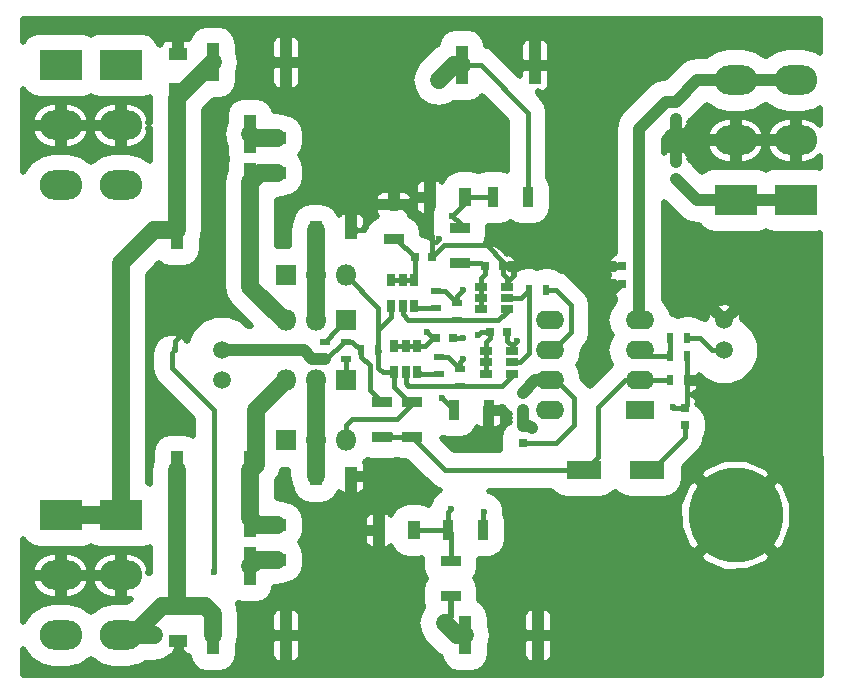
<source format=gbr>
G04 #@! TF.FileFunction,Copper,L1,Top,Signal*
%FSLAX46Y46*%
G04 Gerber Fmt 4.6, Leading zero omitted, Abs format (unit mm)*
G04 Created by KiCad (PCBNEW 4.0.2-stable) date 10/6/2017 5:38:16 PM*
%MOMM*%
G01*
G04 APERTURE LIST*
%ADD10C,0.100000*%
%ADD11R,1.700000X0.900000*%
%ADD12R,0.900000X0.500000*%
%ADD13R,0.750000X0.800000*%
%ADD14R,3.000000X1.600000*%
%ADD15R,0.800000X0.750000*%
%ADD16R,1.000000X1.600000*%
%ADD17R,1.600000X1.000000*%
%ADD18C,1.500000*%
%ADD19C,2.200000*%
%ADD20O,3.600000X2.500000*%
%ADD21R,3.600000X2.500000*%
%ADD22R,1.800000X1.800000*%
%ADD23O,1.800000X1.800000*%
%ADD24R,0.500000X0.900000*%
%ADD25R,1.000000X3.200000*%
%ADD26R,0.900000X1.700000*%
%ADD27R,2.400000X1.600000*%
%ADD28O,2.400000X1.600000*%
%ADD29C,8.000000*%
%ADD30C,3.500000*%
%ADD31R,1.060000X0.650000*%
%ADD32R,0.650000X1.060000*%
%ADD33C,0.600000*%
%ADD34C,0.400000*%
%ADD35C,1.000000*%
%ADD36C,1.500000*%
%ADD37C,0.500000*%
G04 APERTURE END LIST*
D10*
D11*
X180594000Y-170868000D03*
X180594000Y-167968000D03*
D12*
X185928000Y-176288000D03*
X185928000Y-177788000D03*
X186182000Y-183376000D03*
X186182000Y-181876000D03*
X204470000Y-165850000D03*
X204470000Y-164350000D03*
X184404000Y-182360000D03*
X184404000Y-180860000D03*
D13*
X205232000Y-186678000D03*
X205232000Y-185178000D03*
D14*
X202090000Y-190500000D03*
X196690000Y-190500000D03*
D13*
X191516000Y-185408000D03*
X191516000Y-183908000D03*
D15*
X199910000Y-174752000D03*
X201410000Y-174752000D03*
D16*
X186666000Y-167386000D03*
X183666000Y-167386000D03*
D13*
X191516000Y-186702000D03*
X191516000Y-188202000D03*
D15*
X199910000Y-173228000D03*
X201410000Y-173228000D03*
D16*
X179348000Y-195580000D03*
X182348000Y-195580000D03*
D15*
X189853000Y-173228000D03*
X188353000Y-173228000D03*
X188734000Y-178816000D03*
X190234000Y-178816000D03*
X183884000Y-172466000D03*
X182384000Y-172466000D03*
X184162000Y-179324000D03*
X185662000Y-179324000D03*
D17*
X170688000Y-198096000D03*
X170688000Y-195096000D03*
X170688000Y-162330000D03*
X170688000Y-165330000D03*
D16*
X174014000Y-170180000D03*
X177014000Y-170180000D03*
X177014000Y-191008000D03*
X174014000Y-191008000D03*
D18*
X208600000Y-180340000D03*
X208600000Y-177800000D03*
D19*
X213680000Y-175260000D03*
X213680000Y-185420000D03*
D20*
X214630000Y-157480000D03*
X214630000Y-162560000D03*
D21*
X214630000Y-167640000D03*
X209550000Y-167640000D03*
D20*
X209550000Y-162560000D03*
X209550000Y-157480000D03*
X152400000Y-166370000D03*
X152400000Y-161290000D03*
D21*
X152400000Y-156210000D03*
X157480000Y-156210000D03*
D20*
X157480000Y-161290000D03*
X157480000Y-166370000D03*
X152400000Y-204470000D03*
X152400000Y-199390000D03*
D21*
X152400000Y-194310000D03*
X157480000Y-194310000D03*
D20*
X157480000Y-199390000D03*
X157480000Y-204470000D03*
D18*
X166050000Y-180340000D03*
X166050000Y-182880000D03*
D19*
X160970000Y-185420000D03*
X160970000Y-175260000D03*
D22*
X171450000Y-173990000D03*
D23*
X173990000Y-173990000D03*
X176530000Y-173990000D03*
D22*
X171450000Y-187960000D03*
D23*
X173990000Y-187960000D03*
X176530000Y-187960000D03*
D22*
X176530000Y-177800000D03*
D23*
X173990000Y-177800000D03*
X171450000Y-177800000D03*
D22*
X176530000Y-182880000D03*
D23*
X173990000Y-182880000D03*
X171450000Y-182880000D03*
D24*
X205474000Y-179324000D03*
X203974000Y-179324000D03*
X205474000Y-180848000D03*
X203974000Y-180848000D03*
X205474000Y-182880000D03*
X203974000Y-182880000D03*
D11*
X182118000Y-184732000D03*
X182118000Y-187632000D03*
X179578000Y-187632000D03*
X179578000Y-184732000D03*
D25*
X165302000Y-155956000D03*
X171502000Y-155956000D03*
X171502000Y-204470000D03*
X165302000Y-204470000D03*
D24*
X193536000Y-175260000D03*
X192036000Y-175260000D03*
D12*
X204470000Y-159270000D03*
X204470000Y-160770000D03*
D11*
X186182000Y-170000000D03*
X186182000Y-172900000D03*
D26*
X188140000Y-195580000D03*
X185240000Y-195580000D03*
D12*
X184150000Y-175272000D03*
X184150000Y-176772000D03*
D26*
X188648000Y-185420000D03*
X185748000Y-185420000D03*
D24*
X179312000Y-180340000D03*
X177812000Y-180340000D03*
D25*
X162254000Y-170180000D03*
X168454000Y-170180000D03*
X168454000Y-190500000D03*
X162254000Y-190500000D03*
X162254000Y-166116000D03*
X168454000Y-166116000D03*
X168454000Y-194564000D03*
X162254000Y-194564000D03*
X162254000Y-162052000D03*
X168454000Y-162052000D03*
X168454000Y-198628000D03*
X162254000Y-198628000D03*
X186384000Y-156210000D03*
X192584000Y-156210000D03*
X186638000Y-204470000D03*
X192838000Y-204470000D03*
D27*
X201422000Y-185420000D03*
D28*
X193802000Y-177800000D03*
X201422000Y-182880000D03*
X193802000Y-180340000D03*
X201422000Y-180340000D03*
X193802000Y-182880000D03*
X201422000Y-177800000D03*
X193802000Y-185420000D03*
D29*
X209550000Y-194310000D03*
D30*
X200660000Y-156210000D03*
X177800000Y-156210000D03*
X200660000Y-204470000D03*
D12*
X174752000Y-179590000D03*
X174752000Y-181090000D03*
X176530000Y-179590000D03*
X176530000Y-181090000D03*
D30*
X177800000Y-204470000D03*
D31*
X188003000Y-174945000D03*
X188003000Y-175895000D03*
X188003000Y-176845000D03*
X190203000Y-176845000D03*
X190203000Y-174945000D03*
X190203000Y-175895000D03*
X188384000Y-180406000D03*
X188384000Y-181356000D03*
X188384000Y-182306000D03*
X190584000Y-182306000D03*
X190584000Y-180406000D03*
X190584000Y-181356000D03*
D32*
X182306000Y-174414000D03*
X181356000Y-174414000D03*
X180406000Y-174414000D03*
X180406000Y-176614000D03*
X182306000Y-176614000D03*
X181356000Y-176614000D03*
X182560000Y-180002000D03*
X181610000Y-180002000D03*
X180660000Y-180002000D03*
X180660000Y-182202000D03*
X182560000Y-182202000D03*
X181610000Y-182202000D03*
D17*
X162306000Y-158218000D03*
X162306000Y-155218000D03*
X162306000Y-201954000D03*
X162306000Y-204954000D03*
D26*
X189050000Y-167386000D03*
X191950000Y-167386000D03*
D11*
X185420000Y-201094000D03*
X185420000Y-198194000D03*
D33*
X165354000Y-199136000D03*
X197866000Y-194310000D03*
X191770000Y-194310000D03*
X198120000Y-181356000D03*
X165354000Y-164084000D03*
X162052000Y-180340000D03*
X165354000Y-176657000D03*
X194056000Y-204470000D03*
X163068000Y-206248000D03*
X162306000Y-154178000D03*
X193802000Y-156210000D03*
X172974000Y-155448000D03*
X171450000Y-201930000D03*
X179324000Y-194056000D03*
X178308000Y-191008000D03*
X180594000Y-167132000D03*
X178054000Y-170180000D03*
X184404000Y-170942000D03*
X189484000Y-185420000D03*
X190754000Y-173990000D03*
X191008000Y-179578000D03*
X186436000Y-179324000D03*
X198882000Y-173482000D03*
X199136000Y-175514000D03*
X204216000Y-185166000D03*
X206502000Y-182880000D03*
X192278000Y-186944000D03*
X185572400Y-168960800D03*
X186436000Y-175260000D03*
X185420000Y-193802000D03*
X186436000Y-181102000D03*
X188214000Y-194056000D03*
X187706000Y-179070000D03*
X184658000Y-184404000D03*
X183388000Y-178816000D03*
X184404000Y-157480000D03*
X184912000Y-203454000D03*
D34*
X161798000Y-180594000D02*
X161798000Y-181864000D01*
X161798000Y-181864000D02*
X165354000Y-185420000D01*
X165354000Y-185420000D02*
X165354000Y-199136000D01*
X191770000Y-194310000D02*
X197866000Y-194310000D01*
X192838000Y-204470000D02*
X192838000Y-195378000D01*
X192838000Y-195378000D02*
X191770000Y-194310000D01*
X199136000Y-175514000D02*
X198120000Y-176530000D01*
X198120000Y-176530000D02*
X198120000Y-181356000D01*
X165354000Y-160528000D02*
X165354000Y-160782000D01*
X165354000Y-176657000D02*
X164973000Y-176657000D01*
X164973000Y-176657000D02*
X162052000Y-179578000D01*
X162052000Y-179578000D02*
X162052000Y-180340000D01*
X171502000Y-155956000D02*
X169926000Y-155956000D01*
X169926000Y-155956000D02*
X165481000Y-160401000D01*
X165481000Y-160401000D02*
X165354000Y-160528000D01*
X165354000Y-160528000D02*
X165354000Y-160782000D01*
X165354000Y-160782000D02*
X165354000Y-164084000D01*
X165354000Y-164084000D02*
X165354000Y-176657000D01*
X192838000Y-204470000D02*
X194056000Y-204470000D01*
X162306000Y-204954000D02*
X162306000Y-205486000D01*
X162306000Y-205486000D02*
X163068000Y-206248000D01*
X162306000Y-155218000D02*
X162306000Y-154178000D01*
D35*
X209550000Y-162560000D02*
X204470000Y-162560000D01*
X209550000Y-162560000D02*
X214630000Y-162560000D01*
X204470000Y-160770000D02*
X204470000Y-162560000D01*
X204470000Y-162560000D02*
X204470000Y-164350000D01*
D34*
X192584000Y-156210000D02*
X193802000Y-156210000D01*
X171502000Y-155956000D02*
X172466000Y-155956000D01*
X172466000Y-155956000D02*
X172974000Y-155448000D01*
X171502000Y-204470000D02*
X171502000Y-201982000D01*
X171502000Y-201982000D02*
X171450000Y-201930000D01*
X179348000Y-195580000D02*
X179348000Y-194080000D01*
X179348000Y-194080000D02*
X179324000Y-194056000D01*
X177014000Y-191008000D02*
X178308000Y-191008000D01*
X180594000Y-167968000D02*
X180594000Y-167132000D01*
X177014000Y-170180000D02*
X178054000Y-170180000D01*
X183884000Y-171196000D02*
X184150000Y-171196000D01*
X184150000Y-171196000D02*
X184404000Y-170942000D01*
X188648000Y-185420000D02*
X189484000Y-185420000D01*
X189853000Y-173228000D02*
X189853000Y-172835000D01*
X189853000Y-172835000D02*
X188468000Y-171450000D01*
X188468000Y-171450000D02*
X184900000Y-171450000D01*
X184900000Y-171450000D02*
X183884000Y-172466000D01*
X190203000Y-174945000D02*
X190203000Y-174541000D01*
X190203000Y-174541000D02*
X190754000Y-173990000D01*
X190584000Y-180406000D02*
X190584000Y-180002000D01*
X190584000Y-180002000D02*
X191008000Y-179578000D01*
X185662000Y-179324000D02*
X186436000Y-179324000D01*
X190234000Y-178816000D02*
X190234000Y-179566000D01*
X190234000Y-179566000D02*
X190584000Y-179916000D01*
X190584000Y-179916000D02*
X190584000Y-180406000D01*
X180594000Y-167968000D02*
X181176000Y-167968000D01*
X181176000Y-167968000D02*
X183884000Y-170676000D01*
X183884000Y-170676000D02*
X183884000Y-171196000D01*
X183884000Y-171196000D02*
X183884000Y-172466000D01*
X189853000Y-173228000D02*
X189853000Y-173851000D01*
X189853000Y-173851000D02*
X190203000Y-174201000D01*
X190203000Y-174201000D02*
X190203000Y-174945000D01*
X205474000Y-182880000D02*
X205474000Y-184936000D01*
X205474000Y-184936000D02*
X205232000Y-185178000D01*
X199910000Y-173228000D02*
X199136000Y-173228000D01*
X199136000Y-173228000D02*
X198882000Y-173482000D01*
X199910000Y-174752000D02*
X199898000Y-174752000D01*
X199898000Y-174752000D02*
X199136000Y-175514000D01*
X205232000Y-185178000D02*
X204228000Y-185178000D01*
X204228000Y-185178000D02*
X204216000Y-185166000D01*
X205474000Y-182880000D02*
X206502000Y-182880000D01*
X205474000Y-180848000D02*
X205474000Y-182880000D01*
D35*
X191516000Y-186702000D02*
X192036000Y-186702000D01*
X192036000Y-186702000D02*
X192278000Y-186944000D01*
X191516000Y-185408000D02*
X191516000Y-186702000D01*
D34*
X202090000Y-190500000D02*
X202438000Y-190500000D01*
X202438000Y-190500000D02*
X205232000Y-187706000D01*
X205232000Y-187706000D02*
X205232000Y-186678000D01*
X189992000Y-190500000D02*
X184986000Y-190500000D01*
X184986000Y-190500000D02*
X182118000Y-187632000D01*
X189738000Y-190500000D02*
X189992000Y-190500000D01*
X189992000Y-190500000D02*
X196690000Y-190500000D01*
X179578000Y-187632000D02*
X182118000Y-187632000D01*
X203974000Y-182880000D02*
X201422000Y-182880000D01*
X197866000Y-187452000D02*
X197866000Y-189324000D01*
X197866000Y-189324000D02*
X196690000Y-190500000D01*
X197866000Y-187452000D02*
X197866000Y-185166000D01*
X197866000Y-185166000D02*
X200152000Y-182880000D01*
X200152000Y-182880000D02*
X201422000Y-182880000D01*
X179578000Y-187378000D02*
X180266000Y-187378000D01*
D35*
X214630000Y-167640000D02*
X209550000Y-167640000D01*
X209550000Y-167640000D02*
X206260000Y-167640000D01*
X206260000Y-167640000D02*
X204470000Y-165850000D01*
D34*
X191516000Y-188202000D02*
X194322000Y-188202000D01*
X194322000Y-188202000D02*
X195834000Y-186690000D01*
X195834000Y-186690000D02*
X195834000Y-184404000D01*
X195834000Y-184404000D02*
X194310000Y-182880000D01*
X194310000Y-182880000D02*
X193802000Y-182880000D01*
X191516000Y-183908000D02*
X191504000Y-183908000D01*
D35*
X193802000Y-182880000D02*
X192544000Y-182880000D01*
X192544000Y-182880000D02*
X191516000Y-183908000D01*
X204470000Y-159270000D02*
X203696000Y-159270000D01*
X203696000Y-159270000D02*
X201410000Y-161556000D01*
X201410000Y-161556000D02*
X201410000Y-173228000D01*
X209550000Y-157480000D02*
X206260000Y-157480000D01*
X206260000Y-157480000D02*
X204470000Y-159270000D01*
X214630000Y-157480000D02*
X209550000Y-157480000D01*
X201410000Y-173228000D02*
X201410000Y-174752000D01*
X201410000Y-174752000D02*
X201410000Y-177788000D01*
X201410000Y-177788000D02*
X201422000Y-177800000D01*
D34*
X186666000Y-167386000D02*
X189050000Y-167386000D01*
D36*
X157480000Y-194310000D02*
X152400000Y-194310000D01*
D35*
X162306000Y-158218000D02*
X162306000Y-162000000D01*
X162306000Y-162000000D02*
X162254000Y-162052000D01*
D34*
X186666000Y-167386000D02*
X186666000Y-167867200D01*
X186666000Y-167867200D02*
X185572400Y-168960800D01*
X185572400Y-168960800D02*
X186182000Y-169570400D01*
X186182000Y-169570400D02*
X186182000Y-170000000D01*
D36*
X162254000Y-162052000D02*
X162254000Y-159004000D01*
X162254000Y-159004000D02*
X165302000Y-155956000D01*
X157480000Y-194310000D02*
X157480000Y-172974000D01*
X157480000Y-172974000D02*
X160274000Y-170180000D01*
X160274000Y-170180000D02*
X162254000Y-170180000D01*
D34*
X185928000Y-176288000D02*
X185928000Y-175768000D01*
X185928000Y-175768000D02*
X186436000Y-175260000D01*
X184150000Y-175272000D02*
X184912000Y-175272000D01*
X184912000Y-175272000D02*
X185928000Y-176288000D01*
D36*
X162254000Y-166116000D02*
X162254000Y-170180000D01*
X162254000Y-162052000D02*
X162254000Y-166116000D01*
D34*
X185420000Y-198194000D02*
X185420000Y-195760000D01*
X185420000Y-195760000D02*
X185240000Y-195580000D01*
D36*
X165302000Y-204470000D02*
X165302000Y-202640000D01*
X165302000Y-202640000D02*
X164616000Y-201954000D01*
X164616000Y-201954000D02*
X162306000Y-201954000D01*
X157480000Y-204470000D02*
X158496000Y-204470000D01*
X158496000Y-204470000D02*
X161012000Y-201954000D01*
X161012000Y-201954000D02*
X162306000Y-201954000D01*
X162254000Y-198628000D02*
X162254000Y-201902000D01*
X162254000Y-201902000D02*
X162306000Y-201954000D01*
X160274000Y-204470000D02*
X157480000Y-204470000D01*
D34*
X185240000Y-195580000D02*
X182348000Y-195580000D01*
X185420000Y-193802000D02*
X185240000Y-193982000D01*
X185240000Y-193982000D02*
X185240000Y-195580000D01*
X186182000Y-181876000D02*
X186182000Y-181356000D01*
X186182000Y-181356000D02*
X186436000Y-181102000D01*
X184404000Y-180860000D02*
X185166000Y-180860000D01*
X185166000Y-180860000D02*
X186182000Y-181876000D01*
D36*
X162254000Y-194564000D02*
X162254000Y-190500000D01*
X162254000Y-198628000D02*
X162254000Y-194564000D01*
D34*
X186182000Y-172900000D02*
X188025000Y-172900000D01*
X188025000Y-172900000D02*
X188353000Y-173228000D01*
X188003000Y-175895000D02*
X188003000Y-176845000D01*
X188003000Y-174945000D02*
X188003000Y-175895000D01*
X188353000Y-173228000D02*
X188353000Y-173851000D01*
X188353000Y-173851000D02*
X188003000Y-174201000D01*
X188003000Y-174201000D02*
X188003000Y-174945000D01*
X188214000Y-194056000D02*
X188140000Y-194130000D01*
X188140000Y-194130000D02*
X188140000Y-195580000D01*
X187960000Y-178816000D02*
X187706000Y-179070000D01*
X188734000Y-178816000D02*
X187960000Y-178816000D01*
X188734000Y-178816000D02*
X188734000Y-179312000D01*
X188734000Y-179312000D02*
X188384000Y-179662000D01*
X188384000Y-179662000D02*
X188384000Y-180406000D01*
X188384000Y-181356000D02*
X188384000Y-182306000D01*
X188384000Y-180406000D02*
X188384000Y-181356000D01*
X180594000Y-170868000D02*
X180786000Y-170868000D01*
X180786000Y-170868000D02*
X182384000Y-172466000D01*
X182384000Y-172466000D02*
X182384000Y-174336000D01*
X182384000Y-174336000D02*
X182306000Y-174414000D01*
X181356000Y-174414000D02*
X180406000Y-174414000D01*
X182306000Y-174414000D02*
X181356000Y-174414000D01*
X184658000Y-184404000D02*
X185674000Y-185420000D01*
X185674000Y-185420000D02*
X185748000Y-185420000D01*
X184162000Y-179324000D02*
X183896000Y-179324000D01*
X183896000Y-179324000D02*
X183388000Y-178816000D01*
X184162000Y-179324000D02*
X183896000Y-179324000D01*
X183896000Y-179324000D02*
X183218000Y-180002000D01*
X183218000Y-180002000D02*
X182560000Y-180002000D01*
X181610000Y-180002000D02*
X182560000Y-180002000D01*
X180660000Y-180002000D02*
X181610000Y-180002000D01*
D36*
X170688000Y-198096000D02*
X168986000Y-198096000D01*
X168986000Y-198096000D02*
X168454000Y-198628000D01*
X170688000Y-195096000D02*
X168986000Y-195096000D01*
X168986000Y-195096000D02*
X168454000Y-194564000D01*
X168454000Y-190500000D02*
X168454000Y-194564000D01*
X171450000Y-182880000D02*
X168910000Y-185420000D01*
X168910000Y-185420000D02*
X168910000Y-190044000D01*
X168910000Y-190044000D02*
X168454000Y-190500000D01*
X170688000Y-162330000D02*
X168732000Y-162330000D01*
X168732000Y-162330000D02*
X168454000Y-162052000D01*
X170688000Y-165330000D02*
X169240000Y-165330000D01*
X169240000Y-165330000D02*
X168454000Y-166116000D01*
X168454000Y-170180000D02*
X168454000Y-166116000D01*
X171450000Y-177800000D02*
X171323000Y-177800000D01*
X171323000Y-177800000D02*
X168454000Y-174931000D01*
X168454000Y-174931000D02*
X168454000Y-170180000D01*
D34*
X191950000Y-167386000D02*
X191950000Y-160200000D01*
X191950000Y-160200000D02*
X187960000Y-156210000D01*
X187960000Y-156210000D02*
X186384000Y-156210000D01*
D36*
X184404000Y-157480000D02*
X185674000Y-156210000D01*
X185674000Y-156210000D02*
X186384000Y-156210000D01*
X174014000Y-170180000D02*
X174014000Y-173966000D01*
X174014000Y-173966000D02*
X173990000Y-173990000D01*
X173990000Y-177800000D02*
X173990000Y-173990000D01*
D37*
X185420000Y-201094000D02*
X185420000Y-202946000D01*
X185420000Y-202946000D02*
X184912000Y-203454000D01*
D36*
X184912000Y-203454000D02*
X185928000Y-204470000D01*
X185928000Y-204470000D02*
X186638000Y-204470000D01*
X173990000Y-187960000D02*
X173990000Y-190984000D01*
X173990000Y-190984000D02*
X174014000Y-191008000D01*
X173990000Y-182880000D02*
X173990000Y-187960000D01*
D34*
X208600000Y-180340000D02*
X207518000Y-180340000D01*
X207518000Y-180340000D02*
X206502000Y-179324000D01*
X206502000Y-179324000D02*
X205474000Y-179324000D01*
X177812000Y-180340000D02*
X177812000Y-180860000D01*
X177812000Y-180860000D02*
X178562000Y-181610000D01*
X178562000Y-181610000D02*
X178562000Y-183716000D01*
X178562000Y-183716000D02*
X179578000Y-184732000D01*
X177812000Y-180340000D02*
X177800000Y-180340000D01*
X177800000Y-180340000D02*
X177050000Y-179590000D01*
X177050000Y-179590000D02*
X176530000Y-179590000D01*
D35*
X166050000Y-180340000D02*
X172974000Y-180340000D01*
X173724000Y-181090000D02*
X174752000Y-181090000D01*
X172974000Y-180340000D02*
X173724000Y-181090000D01*
D34*
X176530000Y-179590000D02*
X176391000Y-179590000D01*
X176391000Y-179590000D02*
X174891000Y-181090000D01*
X174891000Y-181090000D02*
X174752000Y-181090000D01*
X185928000Y-177788000D02*
X189472000Y-177788000D01*
X189472000Y-177788000D02*
X190203000Y-177057000D01*
X190203000Y-177057000D02*
X190203000Y-176845000D01*
X181356000Y-176614000D02*
X181356000Y-177292000D01*
X181356000Y-177292000D02*
X181852000Y-177788000D01*
X181852000Y-177788000D02*
X185928000Y-177788000D01*
X180406000Y-176614000D02*
X180406000Y-177480000D01*
X180406000Y-177480000D02*
X179312000Y-178574000D01*
X182118000Y-184732000D02*
X182118000Y-184912000D01*
X182118000Y-184912000D02*
X180848000Y-186182000D01*
X180848000Y-186182000D02*
X177038000Y-186182000D01*
X177038000Y-186182000D02*
X176530000Y-186690000D01*
X176530000Y-186690000D02*
X176530000Y-187960000D01*
X180660000Y-182202000D02*
X180660000Y-183454000D01*
X180660000Y-183454000D02*
X181938000Y-184732000D01*
X181938000Y-184732000D02*
X182118000Y-184732000D01*
X179312000Y-180340000D02*
X179312000Y-181852000D01*
X179312000Y-181852000D02*
X179662000Y-182202000D01*
X179662000Y-182202000D02*
X180660000Y-182202000D01*
X176530000Y-187198000D02*
X176530000Y-187960000D01*
X179312000Y-180340000D02*
X179312000Y-178574000D01*
X179312000Y-178574000D02*
X179312000Y-178181000D01*
X179312000Y-178181000D02*
X179312000Y-176772000D01*
X179312000Y-176772000D02*
X176530000Y-173990000D01*
X179324000Y-180352000D02*
X179312000Y-180340000D01*
X176530000Y-177800000D02*
X175260000Y-179070000D01*
X175260000Y-179082000D02*
X174752000Y-179590000D01*
X175260000Y-179070000D02*
X175260000Y-179082000D01*
X176530000Y-181090000D02*
X176530000Y-182880000D01*
X203974000Y-180848000D02*
X203974000Y-179324000D01*
X203974000Y-180848000D02*
X201930000Y-180848000D01*
X201930000Y-180848000D02*
X201422000Y-180340000D01*
X193802000Y-180340000D02*
X194056000Y-180340000D01*
X194056000Y-180340000D02*
X195580000Y-178816000D01*
X195580000Y-178816000D02*
X195580000Y-176530000D01*
X195580000Y-176530000D02*
X194310000Y-175260000D01*
X194310000Y-175260000D02*
X193536000Y-175260000D01*
X192036000Y-175260000D02*
X192036000Y-180582000D01*
X192036000Y-180582000D02*
X191262000Y-181356000D01*
X191262000Y-181356000D02*
X190584000Y-181356000D01*
X190203000Y-175895000D02*
X191401000Y-175895000D01*
X191401000Y-175895000D02*
X192036000Y-175260000D01*
X184404000Y-182360000D02*
X182718000Y-182360000D01*
X182718000Y-182360000D02*
X182560000Y-182202000D01*
X182560000Y-182202000D02*
X182710000Y-182202000D01*
X186182000Y-183376000D02*
X189472000Y-183376000D01*
X189472000Y-183376000D02*
X189484000Y-183388000D01*
X189484000Y-183388000D02*
X189738000Y-183388000D01*
X189738000Y-183388000D02*
X190584000Y-182542000D01*
X190584000Y-182542000D02*
X190584000Y-182306000D01*
X181610000Y-182202000D02*
X181610000Y-183134000D01*
X181610000Y-183134000D02*
X181852000Y-183376000D01*
X181852000Y-183376000D02*
X186182000Y-183376000D01*
X184150000Y-176772000D02*
X182464000Y-176772000D01*
X182464000Y-176772000D02*
X182306000Y-176614000D01*
D37*
G36*
X204810431Y-169089569D02*
X205475499Y-169533953D01*
X206260000Y-169690000D01*
X206422886Y-169690000D01*
X206617181Y-169991943D01*
X207135149Y-170345855D01*
X207750000Y-170470366D01*
X211350000Y-170470366D01*
X211924396Y-170362286D01*
X212086517Y-170257964D01*
X212215149Y-170345855D01*
X212830000Y-170470366D01*
X216430000Y-170470366D01*
X216707721Y-170418109D01*
X216792433Y-207776000D01*
X149221000Y-207776000D01*
X149221000Y-205576674D01*
X149804471Y-206449899D01*
X150712856Y-207056863D01*
X151784370Y-207270000D01*
X153015630Y-207270000D01*
X154087144Y-207056863D01*
X154940000Y-206487002D01*
X155792856Y-207056863D01*
X156864370Y-207270000D01*
X158095630Y-207270000D01*
X159167144Y-207056863D01*
X159596464Y-206770000D01*
X160274000Y-206770000D01*
X161154172Y-206594923D01*
X161739230Y-206204000D01*
X161868500Y-206204000D01*
X162056000Y-206016500D01*
X162056000Y-205863393D01*
X162398923Y-205350172D01*
X162531433Y-204684000D01*
X162556000Y-204684000D01*
X162556000Y-204704000D01*
X162576000Y-204704000D01*
X162576000Y-205204000D01*
X162556000Y-205204000D01*
X162556000Y-206016500D01*
X162743500Y-206204000D01*
X163246848Y-206204000D01*
X163329714Y-206644396D01*
X163669181Y-207171943D01*
X164187149Y-207525855D01*
X164802000Y-207650366D01*
X165802000Y-207650366D01*
X166376396Y-207542286D01*
X166903943Y-207202819D01*
X167257855Y-206684851D01*
X167382366Y-206070000D01*
X167382366Y-205416856D01*
X167426923Y-205350172D01*
X167514975Y-204907500D01*
X170252000Y-204907500D01*
X170252000Y-206219185D01*
X170366181Y-206494841D01*
X170577159Y-206705819D01*
X170852816Y-206820000D01*
X171064500Y-206820000D01*
X171252000Y-206632500D01*
X171252000Y-204720000D01*
X171752000Y-204720000D01*
X171752000Y-206632500D01*
X171939500Y-206820000D01*
X172151184Y-206820000D01*
X172426841Y-206705819D01*
X172637819Y-206494841D01*
X172752000Y-206219185D01*
X172752000Y-204907500D01*
X172564500Y-204720000D01*
X171752000Y-204720000D01*
X171252000Y-204720000D01*
X170439500Y-204720000D01*
X170252000Y-204907500D01*
X167514975Y-204907500D01*
X167602000Y-204470000D01*
X167602000Y-202720815D01*
X170252000Y-202720815D01*
X170252000Y-204032500D01*
X170439500Y-204220000D01*
X171252000Y-204220000D01*
X171252000Y-202307500D01*
X171752000Y-202307500D01*
X171752000Y-204220000D01*
X172564500Y-204220000D01*
X172752000Y-204032500D01*
X172752000Y-202720815D01*
X172637819Y-202445159D01*
X172426841Y-202234181D01*
X172151184Y-202120000D01*
X171939500Y-202120000D01*
X171752000Y-202307500D01*
X171252000Y-202307500D01*
X171064500Y-202120000D01*
X170852816Y-202120000D01*
X170577159Y-202234181D01*
X170366181Y-202445159D01*
X170252000Y-202720815D01*
X167602000Y-202720815D01*
X167602000Y-202640005D01*
X167602001Y-202640000D01*
X167426923Y-201759828D01*
X167387138Y-201700286D01*
X167381951Y-201692523D01*
X167954000Y-201808366D01*
X168954000Y-201808366D01*
X169528396Y-201700286D01*
X170055943Y-201360819D01*
X170409855Y-200842851D01*
X170500345Y-200396000D01*
X170688000Y-200396000D01*
X171568172Y-200220923D01*
X171692423Y-200137901D01*
X172062396Y-200068286D01*
X172589943Y-199728819D01*
X172943855Y-199210851D01*
X173068366Y-198596000D01*
X173068366Y-197596000D01*
X172960286Y-197021604D01*
X172683642Y-196591686D01*
X172943855Y-196210851D01*
X172983009Y-196017500D01*
X178098000Y-196017500D01*
X178098000Y-196529185D01*
X178212181Y-196804841D01*
X178423159Y-197015819D01*
X178698816Y-197130000D01*
X178910500Y-197130000D01*
X179098000Y-196942500D01*
X179098000Y-195830000D01*
X178285500Y-195830000D01*
X178098000Y-196017500D01*
X172983009Y-196017500D01*
X173068366Y-195596000D01*
X173068366Y-194630815D01*
X178098000Y-194630815D01*
X178098000Y-195142500D01*
X178285500Y-195330000D01*
X179098000Y-195330000D01*
X179098000Y-194217500D01*
X178910500Y-194030000D01*
X178698816Y-194030000D01*
X178423159Y-194144181D01*
X178212181Y-194355159D01*
X178098000Y-194630815D01*
X173068366Y-194630815D01*
X173068366Y-194596000D01*
X172960286Y-194021604D01*
X172620819Y-193494057D01*
X172102851Y-193140145D01*
X171698719Y-193058306D01*
X171568172Y-192971077D01*
X170754000Y-192809128D01*
X170754000Y-191344603D01*
X171034923Y-190924172D01*
X171131158Y-190440366D01*
X171690000Y-190440366D01*
X171690000Y-190983995D01*
X171689999Y-190984000D01*
X171865077Y-191864172D01*
X171975221Y-192029014D01*
X172041714Y-192382396D01*
X172381181Y-192909943D01*
X172899149Y-193263855D01*
X173514000Y-193388366D01*
X174514000Y-193388366D01*
X175088396Y-193280286D01*
X175615943Y-192940819D01*
X175969855Y-192422851D01*
X175986415Y-192341075D01*
X176089159Y-192443819D01*
X176364816Y-192558000D01*
X176576500Y-192558000D01*
X176764000Y-192370500D01*
X176764000Y-191258000D01*
X177264000Y-191258000D01*
X177264000Y-192370500D01*
X177451500Y-192558000D01*
X177663184Y-192558000D01*
X177938841Y-192443819D01*
X178149819Y-192232841D01*
X178264000Y-191957185D01*
X178264000Y-191445500D01*
X178076500Y-191258000D01*
X177264000Y-191258000D01*
X176764000Y-191258000D01*
X176744000Y-191258000D01*
X176744000Y-190758000D01*
X176764000Y-190758000D01*
X176764000Y-190738000D01*
X177264000Y-190738000D01*
X177264000Y-190758000D01*
X178076500Y-190758000D01*
X178264000Y-190570500D01*
X178264000Y-190058815D01*
X178155190Y-189796126D01*
X178310410Y-189692412D01*
X178377863Y-189591461D01*
X178728000Y-189662366D01*
X180428000Y-189662366D01*
X180863420Y-189580436D01*
X181268000Y-189662366D01*
X181673492Y-189662366D01*
X183748563Y-191737437D01*
X184316304Y-192116789D01*
X184544282Y-192162137D01*
X184373428Y-192232732D01*
X183852561Y-192752691D01*
X183581585Y-193405272D01*
X183462851Y-193324145D01*
X182848000Y-193199634D01*
X181848000Y-193199634D01*
X181273604Y-193307714D01*
X180746057Y-193647181D01*
X180392145Y-194165149D01*
X180375585Y-194246925D01*
X180272841Y-194144181D01*
X179997184Y-194030000D01*
X179785500Y-194030000D01*
X179598000Y-194217500D01*
X179598000Y-195330000D01*
X179618000Y-195330000D01*
X179618000Y-195830000D01*
X179598000Y-195830000D01*
X179598000Y-196942500D01*
X179785500Y-197130000D01*
X179997184Y-197130000D01*
X180272841Y-197015819D01*
X180369150Y-196919510D01*
X180375714Y-196954396D01*
X180715181Y-197481943D01*
X181233149Y-197835855D01*
X181848000Y-197960366D01*
X182848000Y-197960366D01*
X182989634Y-197933716D01*
X182989634Y-198644000D01*
X183097714Y-199218396D01*
X183374358Y-199648314D01*
X183114145Y-200029149D01*
X182989634Y-200644000D01*
X182989634Y-201544000D01*
X183096324Y-202111007D01*
X182787077Y-202573828D01*
X182611999Y-203454000D01*
X182787077Y-204334172D01*
X183285654Y-205080346D01*
X184301654Y-206096346D01*
X184600116Y-206295772D01*
X184665714Y-206644396D01*
X185005181Y-207171943D01*
X185523149Y-207525855D01*
X186138000Y-207650366D01*
X187138000Y-207650366D01*
X187712396Y-207542286D01*
X188239943Y-207202819D01*
X188593855Y-206684851D01*
X188718366Y-206070000D01*
X188718366Y-205416856D01*
X188762923Y-205350172D01*
X188850975Y-204907500D01*
X191588000Y-204907500D01*
X191588000Y-206219185D01*
X191702181Y-206494841D01*
X191913159Y-206705819D01*
X192188816Y-206820000D01*
X192400500Y-206820000D01*
X192588000Y-206632500D01*
X192588000Y-204720000D01*
X193088000Y-204720000D01*
X193088000Y-206632500D01*
X193275500Y-206820000D01*
X193487184Y-206820000D01*
X193762841Y-206705819D01*
X193973819Y-206494841D01*
X194088000Y-206219185D01*
X194088000Y-204907500D01*
X193900500Y-204720000D01*
X193088000Y-204720000D01*
X192588000Y-204720000D01*
X191775500Y-204720000D01*
X191588000Y-204907500D01*
X188850975Y-204907500D01*
X188938000Y-204470000D01*
X188762923Y-203589828D01*
X188718366Y-203523144D01*
X188718366Y-202870000D01*
X188690295Y-202720815D01*
X191588000Y-202720815D01*
X191588000Y-204032500D01*
X191775500Y-204220000D01*
X192588000Y-204220000D01*
X192588000Y-202307500D01*
X193088000Y-202307500D01*
X193088000Y-204220000D01*
X193900500Y-204220000D01*
X194088000Y-204032500D01*
X194088000Y-202720815D01*
X193973819Y-202445159D01*
X193762841Y-202234181D01*
X193487184Y-202120000D01*
X193275500Y-202120000D01*
X193088000Y-202307500D01*
X192588000Y-202307500D01*
X192400500Y-202120000D01*
X192188816Y-202120000D01*
X191913159Y-202234181D01*
X191702181Y-202445159D01*
X191588000Y-202720815D01*
X188690295Y-202720815D01*
X188610286Y-202295604D01*
X188270819Y-201768057D01*
X187850366Y-201480774D01*
X187850366Y-200644000D01*
X187742286Y-200069604D01*
X187465642Y-199639686D01*
X187725855Y-199258851D01*
X187850366Y-198644000D01*
X187850366Y-198010366D01*
X188590000Y-198010366D01*
X189164396Y-197902286D01*
X189363752Y-197774004D01*
X206439550Y-197774004D01*
X206909371Y-198369839D01*
X208664010Y-199071327D01*
X210553533Y-199047946D01*
X212190629Y-198369839D01*
X212660450Y-197774004D01*
X209550000Y-194663553D01*
X206439550Y-197774004D01*
X189363752Y-197774004D01*
X189691943Y-197562819D01*
X190045855Y-197044851D01*
X190170366Y-196430000D01*
X190170366Y-194730000D01*
X190063907Y-194164219D01*
X190064321Y-193689627D01*
X189954571Y-193424010D01*
X204788673Y-193424010D01*
X204812054Y-195313533D01*
X205490161Y-196950629D01*
X206085996Y-197420450D01*
X209196447Y-194310000D01*
X209903553Y-194310000D01*
X213014004Y-197420450D01*
X213609839Y-196950629D01*
X214311327Y-195195990D01*
X214287946Y-193306467D01*
X213609839Y-191669371D01*
X213014004Y-191199550D01*
X209903553Y-194310000D01*
X209196447Y-194310000D01*
X206085996Y-191199550D01*
X205490161Y-191669371D01*
X204788673Y-193424010D01*
X189954571Y-193424010D01*
X189783268Y-193009428D01*
X189263309Y-192488561D01*
X188688792Y-192250000D01*
X193959408Y-192250000D01*
X194057181Y-192401943D01*
X194575149Y-192755855D01*
X195190000Y-192880366D01*
X198190000Y-192880366D01*
X198764396Y-192772286D01*
X199291943Y-192432819D01*
X199387272Y-192293301D01*
X199457181Y-192401943D01*
X199975149Y-192755855D01*
X200590000Y-192880366D01*
X203590000Y-192880366D01*
X204164396Y-192772286D01*
X204691943Y-192432819D01*
X205045855Y-191914851D01*
X205170366Y-191300000D01*
X205170366Y-190845996D01*
X206439550Y-190845996D01*
X209550000Y-193956447D01*
X212660450Y-190845996D01*
X212190629Y-190250161D01*
X210435990Y-189548673D01*
X208546467Y-189572054D01*
X206909371Y-190250161D01*
X206439550Y-190845996D01*
X205170366Y-190845996D01*
X205170366Y-190242508D01*
X206469437Y-188943437D01*
X206848789Y-188375696D01*
X206952485Y-187854384D01*
X207062855Y-187692851D01*
X207187366Y-187078000D01*
X207187366Y-186278000D01*
X207079286Y-185703604D01*
X206739819Y-185176057D01*
X206283341Y-184864159D01*
X206357000Y-184790500D01*
X206357000Y-184628816D01*
X206242819Y-184353159D01*
X206031841Y-184142181D01*
X205877454Y-184078231D01*
X206148841Y-183965819D01*
X206359819Y-183754841D01*
X206474000Y-183479185D01*
X206474000Y-183292500D01*
X206286500Y-183105000D01*
X205804366Y-183105000D01*
X205804366Y-182655000D01*
X206286500Y-182655000D01*
X206474000Y-182467500D01*
X206474000Y-182456634D01*
X206898418Y-182881793D01*
X208000645Y-183339478D01*
X209194119Y-183340519D01*
X210297143Y-182884759D01*
X211141793Y-182041582D01*
X211599478Y-180939355D01*
X211600519Y-179745881D01*
X211144759Y-178642857D01*
X210301582Y-177798207D01*
X210101103Y-177714961D01*
X210051131Y-177317047D01*
X209967604Y-177115395D01*
X209709021Y-177044532D01*
X209350338Y-177403215D01*
X209199355Y-177340522D01*
X208706355Y-177340092D01*
X209355468Y-176690979D01*
X209284605Y-176432396D01*
X208709133Y-176274512D01*
X208117047Y-176348869D01*
X207915395Y-176432396D01*
X207844532Y-176690979D01*
X208493459Y-177339906D01*
X208005881Y-177339481D01*
X207850238Y-177403791D01*
X207490979Y-177044532D01*
X207232396Y-177115395D01*
X207075289Y-177688034D01*
X206593627Y-177592226D01*
X206338851Y-177418145D01*
X205724000Y-177293634D01*
X205224000Y-177293634D01*
X204705643Y-177391170D01*
X204224000Y-177293634D01*
X204125154Y-177293634D01*
X204046993Y-176900694D01*
X203537577Y-176138299D01*
X203460000Y-176086464D01*
X203460000Y-167739138D01*
X204810431Y-169089569D01*
X204810431Y-169089569D01*
G37*
X204810431Y-169089569D02*
X205475499Y-169533953D01*
X206260000Y-169690000D01*
X206422886Y-169690000D01*
X206617181Y-169991943D01*
X207135149Y-170345855D01*
X207750000Y-170470366D01*
X211350000Y-170470366D01*
X211924396Y-170362286D01*
X212086517Y-170257964D01*
X212215149Y-170345855D01*
X212830000Y-170470366D01*
X216430000Y-170470366D01*
X216707721Y-170418109D01*
X216792433Y-207776000D01*
X149221000Y-207776000D01*
X149221000Y-205576674D01*
X149804471Y-206449899D01*
X150712856Y-207056863D01*
X151784370Y-207270000D01*
X153015630Y-207270000D01*
X154087144Y-207056863D01*
X154940000Y-206487002D01*
X155792856Y-207056863D01*
X156864370Y-207270000D01*
X158095630Y-207270000D01*
X159167144Y-207056863D01*
X159596464Y-206770000D01*
X160274000Y-206770000D01*
X161154172Y-206594923D01*
X161739230Y-206204000D01*
X161868500Y-206204000D01*
X162056000Y-206016500D01*
X162056000Y-205863393D01*
X162398923Y-205350172D01*
X162531433Y-204684000D01*
X162556000Y-204684000D01*
X162556000Y-204704000D01*
X162576000Y-204704000D01*
X162576000Y-205204000D01*
X162556000Y-205204000D01*
X162556000Y-206016500D01*
X162743500Y-206204000D01*
X163246848Y-206204000D01*
X163329714Y-206644396D01*
X163669181Y-207171943D01*
X164187149Y-207525855D01*
X164802000Y-207650366D01*
X165802000Y-207650366D01*
X166376396Y-207542286D01*
X166903943Y-207202819D01*
X167257855Y-206684851D01*
X167382366Y-206070000D01*
X167382366Y-205416856D01*
X167426923Y-205350172D01*
X167514975Y-204907500D01*
X170252000Y-204907500D01*
X170252000Y-206219185D01*
X170366181Y-206494841D01*
X170577159Y-206705819D01*
X170852816Y-206820000D01*
X171064500Y-206820000D01*
X171252000Y-206632500D01*
X171252000Y-204720000D01*
X171752000Y-204720000D01*
X171752000Y-206632500D01*
X171939500Y-206820000D01*
X172151184Y-206820000D01*
X172426841Y-206705819D01*
X172637819Y-206494841D01*
X172752000Y-206219185D01*
X172752000Y-204907500D01*
X172564500Y-204720000D01*
X171752000Y-204720000D01*
X171252000Y-204720000D01*
X170439500Y-204720000D01*
X170252000Y-204907500D01*
X167514975Y-204907500D01*
X167602000Y-204470000D01*
X167602000Y-202720815D01*
X170252000Y-202720815D01*
X170252000Y-204032500D01*
X170439500Y-204220000D01*
X171252000Y-204220000D01*
X171252000Y-202307500D01*
X171752000Y-202307500D01*
X171752000Y-204220000D01*
X172564500Y-204220000D01*
X172752000Y-204032500D01*
X172752000Y-202720815D01*
X172637819Y-202445159D01*
X172426841Y-202234181D01*
X172151184Y-202120000D01*
X171939500Y-202120000D01*
X171752000Y-202307500D01*
X171252000Y-202307500D01*
X171064500Y-202120000D01*
X170852816Y-202120000D01*
X170577159Y-202234181D01*
X170366181Y-202445159D01*
X170252000Y-202720815D01*
X167602000Y-202720815D01*
X167602000Y-202640005D01*
X167602001Y-202640000D01*
X167426923Y-201759828D01*
X167387138Y-201700286D01*
X167381951Y-201692523D01*
X167954000Y-201808366D01*
X168954000Y-201808366D01*
X169528396Y-201700286D01*
X170055943Y-201360819D01*
X170409855Y-200842851D01*
X170500345Y-200396000D01*
X170688000Y-200396000D01*
X171568172Y-200220923D01*
X171692423Y-200137901D01*
X172062396Y-200068286D01*
X172589943Y-199728819D01*
X172943855Y-199210851D01*
X173068366Y-198596000D01*
X173068366Y-197596000D01*
X172960286Y-197021604D01*
X172683642Y-196591686D01*
X172943855Y-196210851D01*
X172983009Y-196017500D01*
X178098000Y-196017500D01*
X178098000Y-196529185D01*
X178212181Y-196804841D01*
X178423159Y-197015819D01*
X178698816Y-197130000D01*
X178910500Y-197130000D01*
X179098000Y-196942500D01*
X179098000Y-195830000D01*
X178285500Y-195830000D01*
X178098000Y-196017500D01*
X172983009Y-196017500D01*
X173068366Y-195596000D01*
X173068366Y-194630815D01*
X178098000Y-194630815D01*
X178098000Y-195142500D01*
X178285500Y-195330000D01*
X179098000Y-195330000D01*
X179098000Y-194217500D01*
X178910500Y-194030000D01*
X178698816Y-194030000D01*
X178423159Y-194144181D01*
X178212181Y-194355159D01*
X178098000Y-194630815D01*
X173068366Y-194630815D01*
X173068366Y-194596000D01*
X172960286Y-194021604D01*
X172620819Y-193494057D01*
X172102851Y-193140145D01*
X171698719Y-193058306D01*
X171568172Y-192971077D01*
X170754000Y-192809128D01*
X170754000Y-191344603D01*
X171034923Y-190924172D01*
X171131158Y-190440366D01*
X171690000Y-190440366D01*
X171690000Y-190983995D01*
X171689999Y-190984000D01*
X171865077Y-191864172D01*
X171975221Y-192029014D01*
X172041714Y-192382396D01*
X172381181Y-192909943D01*
X172899149Y-193263855D01*
X173514000Y-193388366D01*
X174514000Y-193388366D01*
X175088396Y-193280286D01*
X175615943Y-192940819D01*
X175969855Y-192422851D01*
X175986415Y-192341075D01*
X176089159Y-192443819D01*
X176364816Y-192558000D01*
X176576500Y-192558000D01*
X176764000Y-192370500D01*
X176764000Y-191258000D01*
X177264000Y-191258000D01*
X177264000Y-192370500D01*
X177451500Y-192558000D01*
X177663184Y-192558000D01*
X177938841Y-192443819D01*
X178149819Y-192232841D01*
X178264000Y-191957185D01*
X178264000Y-191445500D01*
X178076500Y-191258000D01*
X177264000Y-191258000D01*
X176764000Y-191258000D01*
X176744000Y-191258000D01*
X176744000Y-190758000D01*
X176764000Y-190758000D01*
X176764000Y-190738000D01*
X177264000Y-190738000D01*
X177264000Y-190758000D01*
X178076500Y-190758000D01*
X178264000Y-190570500D01*
X178264000Y-190058815D01*
X178155190Y-189796126D01*
X178310410Y-189692412D01*
X178377863Y-189591461D01*
X178728000Y-189662366D01*
X180428000Y-189662366D01*
X180863420Y-189580436D01*
X181268000Y-189662366D01*
X181673492Y-189662366D01*
X183748563Y-191737437D01*
X184316304Y-192116789D01*
X184544282Y-192162137D01*
X184373428Y-192232732D01*
X183852561Y-192752691D01*
X183581585Y-193405272D01*
X183462851Y-193324145D01*
X182848000Y-193199634D01*
X181848000Y-193199634D01*
X181273604Y-193307714D01*
X180746057Y-193647181D01*
X180392145Y-194165149D01*
X180375585Y-194246925D01*
X180272841Y-194144181D01*
X179997184Y-194030000D01*
X179785500Y-194030000D01*
X179598000Y-194217500D01*
X179598000Y-195330000D01*
X179618000Y-195330000D01*
X179618000Y-195830000D01*
X179598000Y-195830000D01*
X179598000Y-196942500D01*
X179785500Y-197130000D01*
X179997184Y-197130000D01*
X180272841Y-197015819D01*
X180369150Y-196919510D01*
X180375714Y-196954396D01*
X180715181Y-197481943D01*
X181233149Y-197835855D01*
X181848000Y-197960366D01*
X182848000Y-197960366D01*
X182989634Y-197933716D01*
X182989634Y-198644000D01*
X183097714Y-199218396D01*
X183374358Y-199648314D01*
X183114145Y-200029149D01*
X182989634Y-200644000D01*
X182989634Y-201544000D01*
X183096324Y-202111007D01*
X182787077Y-202573828D01*
X182611999Y-203454000D01*
X182787077Y-204334172D01*
X183285654Y-205080346D01*
X184301654Y-206096346D01*
X184600116Y-206295772D01*
X184665714Y-206644396D01*
X185005181Y-207171943D01*
X185523149Y-207525855D01*
X186138000Y-207650366D01*
X187138000Y-207650366D01*
X187712396Y-207542286D01*
X188239943Y-207202819D01*
X188593855Y-206684851D01*
X188718366Y-206070000D01*
X188718366Y-205416856D01*
X188762923Y-205350172D01*
X188850975Y-204907500D01*
X191588000Y-204907500D01*
X191588000Y-206219185D01*
X191702181Y-206494841D01*
X191913159Y-206705819D01*
X192188816Y-206820000D01*
X192400500Y-206820000D01*
X192588000Y-206632500D01*
X192588000Y-204720000D01*
X193088000Y-204720000D01*
X193088000Y-206632500D01*
X193275500Y-206820000D01*
X193487184Y-206820000D01*
X193762841Y-206705819D01*
X193973819Y-206494841D01*
X194088000Y-206219185D01*
X194088000Y-204907500D01*
X193900500Y-204720000D01*
X193088000Y-204720000D01*
X192588000Y-204720000D01*
X191775500Y-204720000D01*
X191588000Y-204907500D01*
X188850975Y-204907500D01*
X188938000Y-204470000D01*
X188762923Y-203589828D01*
X188718366Y-203523144D01*
X188718366Y-202870000D01*
X188690295Y-202720815D01*
X191588000Y-202720815D01*
X191588000Y-204032500D01*
X191775500Y-204220000D01*
X192588000Y-204220000D01*
X192588000Y-202307500D01*
X193088000Y-202307500D01*
X193088000Y-204220000D01*
X193900500Y-204220000D01*
X194088000Y-204032500D01*
X194088000Y-202720815D01*
X193973819Y-202445159D01*
X193762841Y-202234181D01*
X193487184Y-202120000D01*
X193275500Y-202120000D01*
X193088000Y-202307500D01*
X192588000Y-202307500D01*
X192400500Y-202120000D01*
X192188816Y-202120000D01*
X191913159Y-202234181D01*
X191702181Y-202445159D01*
X191588000Y-202720815D01*
X188690295Y-202720815D01*
X188610286Y-202295604D01*
X188270819Y-201768057D01*
X187850366Y-201480774D01*
X187850366Y-200644000D01*
X187742286Y-200069604D01*
X187465642Y-199639686D01*
X187725855Y-199258851D01*
X187850366Y-198644000D01*
X187850366Y-198010366D01*
X188590000Y-198010366D01*
X189164396Y-197902286D01*
X189363752Y-197774004D01*
X206439550Y-197774004D01*
X206909371Y-198369839D01*
X208664010Y-199071327D01*
X210553533Y-199047946D01*
X212190629Y-198369839D01*
X212660450Y-197774004D01*
X209550000Y-194663553D01*
X206439550Y-197774004D01*
X189363752Y-197774004D01*
X189691943Y-197562819D01*
X190045855Y-197044851D01*
X190170366Y-196430000D01*
X190170366Y-194730000D01*
X190063907Y-194164219D01*
X190064321Y-193689627D01*
X189954571Y-193424010D01*
X204788673Y-193424010D01*
X204812054Y-195313533D01*
X205490161Y-196950629D01*
X206085996Y-197420450D01*
X209196447Y-194310000D01*
X209903553Y-194310000D01*
X213014004Y-197420450D01*
X213609839Y-196950629D01*
X214311327Y-195195990D01*
X214287946Y-193306467D01*
X213609839Y-191669371D01*
X213014004Y-191199550D01*
X209903553Y-194310000D01*
X209196447Y-194310000D01*
X206085996Y-191199550D01*
X205490161Y-191669371D01*
X204788673Y-193424010D01*
X189954571Y-193424010D01*
X189783268Y-193009428D01*
X189263309Y-192488561D01*
X188688792Y-192250000D01*
X193959408Y-192250000D01*
X194057181Y-192401943D01*
X194575149Y-192755855D01*
X195190000Y-192880366D01*
X198190000Y-192880366D01*
X198764396Y-192772286D01*
X199291943Y-192432819D01*
X199387272Y-192293301D01*
X199457181Y-192401943D01*
X199975149Y-192755855D01*
X200590000Y-192880366D01*
X203590000Y-192880366D01*
X204164396Y-192772286D01*
X204691943Y-192432819D01*
X205045855Y-191914851D01*
X205170366Y-191300000D01*
X205170366Y-190845996D01*
X206439550Y-190845996D01*
X209550000Y-193956447D01*
X212660450Y-190845996D01*
X212190629Y-190250161D01*
X210435990Y-189548673D01*
X208546467Y-189572054D01*
X206909371Y-190250161D01*
X206439550Y-190845996D01*
X205170366Y-190845996D01*
X205170366Y-190242508D01*
X206469437Y-188943437D01*
X206848789Y-188375696D01*
X206952485Y-187854384D01*
X207062855Y-187692851D01*
X207187366Y-187078000D01*
X207187366Y-186278000D01*
X207079286Y-185703604D01*
X206739819Y-185176057D01*
X206283341Y-184864159D01*
X206357000Y-184790500D01*
X206357000Y-184628816D01*
X206242819Y-184353159D01*
X206031841Y-184142181D01*
X205877454Y-184078231D01*
X206148841Y-183965819D01*
X206359819Y-183754841D01*
X206474000Y-183479185D01*
X206474000Y-183292500D01*
X206286500Y-183105000D01*
X205804366Y-183105000D01*
X205804366Y-182655000D01*
X206286500Y-182655000D01*
X206474000Y-182467500D01*
X206474000Y-182456634D01*
X206898418Y-182881793D01*
X208000645Y-183339478D01*
X209194119Y-183340519D01*
X210297143Y-182884759D01*
X211141793Y-182041582D01*
X211599478Y-180939355D01*
X211600519Y-179745881D01*
X211144759Y-178642857D01*
X210301582Y-177798207D01*
X210101103Y-177714961D01*
X210051131Y-177317047D01*
X209967604Y-177115395D01*
X209709021Y-177044532D01*
X209350338Y-177403215D01*
X209199355Y-177340522D01*
X208706355Y-177340092D01*
X209355468Y-176690979D01*
X209284605Y-176432396D01*
X208709133Y-176274512D01*
X208117047Y-176348869D01*
X207915395Y-176432396D01*
X207844532Y-176690979D01*
X208493459Y-177339906D01*
X208005881Y-177339481D01*
X207850238Y-177403791D01*
X207490979Y-177044532D01*
X207232396Y-177115395D01*
X207075289Y-177688034D01*
X206593627Y-177592226D01*
X206338851Y-177418145D01*
X205724000Y-177293634D01*
X205224000Y-177293634D01*
X204705643Y-177391170D01*
X204224000Y-177293634D01*
X204125154Y-177293634D01*
X204046993Y-176900694D01*
X203537577Y-176138299D01*
X203460000Y-176086464D01*
X203460000Y-167739138D01*
X204810431Y-169089569D01*
G36*
X149467181Y-196661943D02*
X149985149Y-197015855D01*
X150600000Y-197140366D01*
X154200000Y-197140366D01*
X154774396Y-197032286D01*
X154936517Y-196927964D01*
X155065149Y-197015855D01*
X155680000Y-197140366D01*
X159280000Y-197140366D01*
X159854396Y-197032286D01*
X159954000Y-196968193D01*
X159954000Y-199139998D01*
X159825177Y-199139998D01*
X159950774Y-198832663D01*
X159620990Y-198152563D01*
X159026337Y-197637912D01*
X158280000Y-197390000D01*
X157730000Y-197390000D01*
X157730000Y-199140000D01*
X157750000Y-199140000D01*
X157750000Y-199640000D01*
X157730000Y-199640000D01*
X157730000Y-201390000D01*
X158280000Y-201390000D01*
X158344850Y-201368459D01*
X158043308Y-201670000D01*
X156864370Y-201670000D01*
X155792856Y-201883137D01*
X154940000Y-202452998D01*
X154087144Y-201883137D01*
X153015630Y-201670000D01*
X151784370Y-201670000D01*
X150712856Y-201883137D01*
X149804471Y-202490101D01*
X149221000Y-203363326D01*
X149221000Y-199947337D01*
X149929226Y-199947337D01*
X150259010Y-200627437D01*
X150853663Y-201142088D01*
X151600000Y-201390000D01*
X152150000Y-201390000D01*
X152150000Y-199640000D01*
X152650000Y-199640000D01*
X152650000Y-201390000D01*
X153200000Y-201390000D01*
X153946337Y-201142088D01*
X154540990Y-200627437D01*
X154870774Y-199947337D01*
X155009226Y-199947337D01*
X155339010Y-200627437D01*
X155933663Y-201142088D01*
X156680000Y-201390000D01*
X157230000Y-201390000D01*
X157230000Y-199640000D01*
X155134824Y-199640000D01*
X155009226Y-199947337D01*
X154870774Y-199947337D01*
X154745176Y-199640000D01*
X152650000Y-199640000D01*
X152150000Y-199640000D01*
X150054824Y-199640000D01*
X149929226Y-199947337D01*
X149221000Y-199947337D01*
X149221000Y-198832663D01*
X149929226Y-198832663D01*
X150054824Y-199140000D01*
X152150000Y-199140000D01*
X152150000Y-197390000D01*
X152650000Y-197390000D01*
X152650000Y-199140000D01*
X154745176Y-199140000D01*
X154870774Y-198832663D01*
X155009226Y-198832663D01*
X155134824Y-199140000D01*
X157230000Y-199140000D01*
X157230000Y-197390000D01*
X156680000Y-197390000D01*
X155933663Y-197637912D01*
X155339010Y-198152563D01*
X155009226Y-198832663D01*
X154870774Y-198832663D01*
X154540990Y-198152563D01*
X153946337Y-197637912D01*
X153200000Y-197390000D01*
X152650000Y-197390000D01*
X152150000Y-197390000D01*
X151600000Y-197390000D01*
X150853663Y-197637912D01*
X150259010Y-198152563D01*
X149929226Y-198832663D01*
X149221000Y-198832663D01*
X149221000Y-196279367D01*
X149467181Y-196661943D01*
X149467181Y-196661943D01*
G37*
X149467181Y-196661943D02*
X149985149Y-197015855D01*
X150600000Y-197140366D01*
X154200000Y-197140366D01*
X154774396Y-197032286D01*
X154936517Y-196927964D01*
X155065149Y-197015855D01*
X155680000Y-197140366D01*
X159280000Y-197140366D01*
X159854396Y-197032286D01*
X159954000Y-196968193D01*
X159954000Y-199139998D01*
X159825177Y-199139998D01*
X159950774Y-198832663D01*
X159620990Y-198152563D01*
X159026337Y-197637912D01*
X158280000Y-197390000D01*
X157730000Y-197390000D01*
X157730000Y-199140000D01*
X157750000Y-199140000D01*
X157750000Y-199640000D01*
X157730000Y-199640000D01*
X157730000Y-201390000D01*
X158280000Y-201390000D01*
X158344850Y-201368459D01*
X158043308Y-201670000D01*
X156864370Y-201670000D01*
X155792856Y-201883137D01*
X154940000Y-202452998D01*
X154087144Y-201883137D01*
X153015630Y-201670000D01*
X151784370Y-201670000D01*
X150712856Y-201883137D01*
X149804471Y-202490101D01*
X149221000Y-203363326D01*
X149221000Y-199947337D01*
X149929226Y-199947337D01*
X150259010Y-200627437D01*
X150853663Y-201142088D01*
X151600000Y-201390000D01*
X152150000Y-201390000D01*
X152150000Y-199640000D01*
X152650000Y-199640000D01*
X152650000Y-201390000D01*
X153200000Y-201390000D01*
X153946337Y-201142088D01*
X154540990Y-200627437D01*
X154870774Y-199947337D01*
X155009226Y-199947337D01*
X155339010Y-200627437D01*
X155933663Y-201142088D01*
X156680000Y-201390000D01*
X157230000Y-201390000D01*
X157230000Y-199640000D01*
X155134824Y-199640000D01*
X155009226Y-199947337D01*
X154870774Y-199947337D01*
X154745176Y-199640000D01*
X152650000Y-199640000D01*
X152150000Y-199640000D01*
X150054824Y-199640000D01*
X149929226Y-199947337D01*
X149221000Y-199947337D01*
X149221000Y-198832663D01*
X149929226Y-198832663D01*
X150054824Y-199140000D01*
X152150000Y-199140000D01*
X152150000Y-197390000D01*
X152650000Y-197390000D01*
X152650000Y-199140000D01*
X154745176Y-199140000D01*
X154870774Y-198832663D01*
X155009226Y-198832663D01*
X155134824Y-199140000D01*
X157230000Y-199140000D01*
X157230000Y-197390000D01*
X156680000Y-197390000D01*
X155933663Y-197637912D01*
X155339010Y-198152563D01*
X155009226Y-198832663D01*
X154870774Y-198832663D01*
X154540990Y-198152563D01*
X153946337Y-197637912D01*
X153200000Y-197390000D01*
X152650000Y-197390000D01*
X152150000Y-197390000D01*
X151600000Y-197390000D01*
X150853663Y-197637912D01*
X150259010Y-198152563D01*
X149929226Y-198832663D01*
X149221000Y-198832663D01*
X149221000Y-196279367D01*
X149467181Y-196661943D01*
G36*
X216673057Y-155130950D02*
X216317144Y-154893137D01*
X215245630Y-154680000D01*
X214014370Y-154680000D01*
X212942856Y-154893137D01*
X212139384Y-155430000D01*
X212040616Y-155430000D01*
X211237144Y-154893137D01*
X210165630Y-154680000D01*
X208934370Y-154680000D01*
X207862856Y-154893137D01*
X207059384Y-155430000D01*
X206260000Y-155430000D01*
X205475499Y-155586047D01*
X204810431Y-156030431D01*
X203602205Y-157238657D01*
X202911499Y-157376047D01*
X202246431Y-157820431D01*
X199960431Y-160106431D01*
X199516047Y-160771499D01*
X199360000Y-161556000D01*
X199360000Y-172103338D01*
X199085159Y-172217181D01*
X198874181Y-172428159D01*
X198760000Y-172703815D01*
X198760000Y-172853000D01*
X198947500Y-173040500D01*
X199360000Y-173040500D01*
X199360000Y-173415500D01*
X198947500Y-173415500D01*
X198760000Y-173603000D01*
X198760000Y-173752185D01*
X198858507Y-173990000D01*
X198760000Y-174227815D01*
X198760000Y-174377000D01*
X198947500Y-174564500D01*
X199360000Y-174564500D01*
X199360000Y-174939500D01*
X198947500Y-174939500D01*
X198760000Y-175127000D01*
X198760000Y-175276185D01*
X198874181Y-175551841D01*
X199085159Y-175762819D01*
X199360000Y-175876662D01*
X199360000Y-176102500D01*
X199306423Y-176138299D01*
X198797007Y-176900694D01*
X198618124Y-177800000D01*
X198797007Y-178699306D01*
X199044697Y-179070000D01*
X198797007Y-179440694D01*
X198618124Y-180340000D01*
X198797007Y-181239306D01*
X199019572Y-181572398D01*
X198914563Y-181642563D01*
X197199261Y-183357865D01*
X197071437Y-183166563D01*
X196561430Y-182656556D01*
X196426993Y-181980694D01*
X196179303Y-181610000D01*
X196426993Y-181239306D01*
X196605876Y-180340000D01*
X196593432Y-180277442D01*
X196817437Y-180053437D01*
X197196789Y-179485696D01*
X197330000Y-178816000D01*
X197330000Y-176530000D01*
X197196789Y-175860304D01*
X196817437Y-175292563D01*
X195547437Y-174022563D01*
X194979696Y-173643211D01*
X194759938Y-173599498D01*
X194400851Y-173354145D01*
X193786000Y-173229634D01*
X193286000Y-173229634D01*
X192767643Y-173327170D01*
X192286000Y-173229634D01*
X191786000Y-173229634D01*
X191211604Y-173337714D01*
X190923259Y-173523259D01*
X190815500Y-173415500D01*
X190333366Y-173415500D01*
X190333366Y-173040500D01*
X190815500Y-173040500D01*
X191003000Y-172853000D01*
X191003000Y-172703815D01*
X190888819Y-172428159D01*
X190677841Y-172217181D01*
X190402184Y-172103000D01*
X190240500Y-172103000D01*
X190162488Y-172181012D01*
X189885819Y-171751057D01*
X189367851Y-171397145D01*
X188753000Y-171272634D01*
X188641522Y-171272634D01*
X188381256Y-171220864D01*
X188487855Y-171064851D01*
X188612366Y-170450000D01*
X188612366Y-169816366D01*
X189500000Y-169816366D01*
X190074396Y-169708286D01*
X190504314Y-169431642D01*
X190885149Y-169691855D01*
X191500000Y-169816366D01*
X192400000Y-169816366D01*
X192974396Y-169708286D01*
X193501943Y-169368819D01*
X193855855Y-168850851D01*
X193980366Y-168236000D01*
X193980366Y-166536000D01*
X193872286Y-165961604D01*
X193700000Y-165693864D01*
X193700000Y-160200000D01*
X193566789Y-159530304D01*
X193187437Y-158962563D01*
X192784874Y-158560000D01*
X192834002Y-158560000D01*
X192834002Y-158372502D01*
X193021500Y-158560000D01*
X193233184Y-158560000D01*
X193508841Y-158445819D01*
X193719819Y-158234841D01*
X193834000Y-157959185D01*
X193834000Y-156647500D01*
X193646500Y-156460000D01*
X192834000Y-156460000D01*
X192834000Y-156480000D01*
X192334000Y-156480000D01*
X192334000Y-156460000D01*
X191521500Y-156460000D01*
X191334000Y-156647500D01*
X191334000Y-157109126D01*
X189197437Y-154972563D01*
X188629696Y-154593211D01*
X188454656Y-154558393D01*
X188436296Y-154460815D01*
X191334000Y-154460815D01*
X191334000Y-155772500D01*
X191521500Y-155960000D01*
X192334000Y-155960000D01*
X192334000Y-154047500D01*
X192834000Y-154047500D01*
X192834000Y-155960000D01*
X193646500Y-155960000D01*
X193834000Y-155772500D01*
X193834000Y-154460815D01*
X193719819Y-154185159D01*
X193508841Y-153974181D01*
X193233184Y-153860000D01*
X193021500Y-153860000D01*
X192834000Y-154047500D01*
X192334000Y-154047500D01*
X192146500Y-153860000D01*
X191934816Y-153860000D01*
X191659159Y-153974181D01*
X191448181Y-154185159D01*
X191334000Y-154460815D01*
X188436296Y-154460815D01*
X188356286Y-154035604D01*
X188016819Y-153508057D01*
X187498851Y-153154145D01*
X186884000Y-153029634D01*
X185884000Y-153029634D01*
X185309604Y-153137714D01*
X184782057Y-153477181D01*
X184428145Y-153995149D01*
X184349861Y-154381726D01*
X184047654Y-154583654D01*
X184047652Y-154583657D01*
X182777654Y-155853654D01*
X182279077Y-156599828D01*
X182103999Y-157480000D01*
X182279077Y-158360172D01*
X182777654Y-159106346D01*
X183523828Y-159604923D01*
X184404000Y-159780001D01*
X185284172Y-159604923D01*
X185670105Y-159347051D01*
X185884000Y-159390366D01*
X186884000Y-159390366D01*
X187458396Y-159282286D01*
X187985943Y-158942819D01*
X188080117Y-158804991D01*
X190200000Y-160924874D01*
X190200000Y-165138325D01*
X190114851Y-165080145D01*
X189500000Y-164955634D01*
X188600000Y-164955634D01*
X188025604Y-165063714D01*
X187849487Y-165177042D01*
X187780851Y-165130145D01*
X187166000Y-165005634D01*
X186166000Y-165005634D01*
X185591604Y-165113714D01*
X185064057Y-165453181D01*
X184710145Y-165971149D01*
X184693585Y-166052925D01*
X184590841Y-165950181D01*
X184315184Y-165836000D01*
X184103500Y-165836000D01*
X183916000Y-166023500D01*
X183916000Y-167136000D01*
X183936000Y-167136000D01*
X183936000Y-167636000D01*
X183916000Y-167636000D01*
X183916000Y-168125732D01*
X183722721Y-168591198D01*
X183722079Y-169327173D01*
X183772196Y-169448464D01*
X183751634Y-169550000D01*
X183751634Y-170450000D01*
X183843659Y-170939069D01*
X183398851Y-170635145D01*
X183024366Y-170559310D01*
X183024366Y-170418000D01*
X182916286Y-169843604D01*
X182576819Y-169316057D01*
X182058851Y-168962145D01*
X181977075Y-168945585D01*
X182079819Y-168842841D01*
X182194000Y-168567184D01*
X182194000Y-168380500D01*
X182006500Y-168193000D01*
X180844000Y-168193000D01*
X180844000Y-168238000D01*
X180344000Y-168238000D01*
X180344000Y-168193000D01*
X179181500Y-168193000D01*
X178994000Y-168380500D01*
X178994000Y-168567184D01*
X179108181Y-168842841D01*
X179204490Y-168939150D01*
X179169604Y-168945714D01*
X178642057Y-169285181D01*
X178288145Y-169803149D01*
X178262457Y-169929998D01*
X178076502Y-169929998D01*
X178264000Y-169742500D01*
X178264000Y-169230815D01*
X178149819Y-168955159D01*
X177938841Y-168744181D01*
X177663184Y-168630000D01*
X177451500Y-168630000D01*
X177264000Y-168817500D01*
X177264000Y-169930000D01*
X177284000Y-169930000D01*
X177284000Y-170430000D01*
X177264000Y-170430000D01*
X177264000Y-170450000D01*
X176764000Y-170450000D01*
X176764000Y-170430000D01*
X176744000Y-170430000D01*
X176744000Y-169930000D01*
X176764000Y-169930000D01*
X176764000Y-168817500D01*
X176576500Y-168630000D01*
X176364816Y-168630000D01*
X176089159Y-168744181D01*
X175992850Y-168840490D01*
X175986286Y-168805604D01*
X175646819Y-168278057D01*
X175128851Y-167924145D01*
X174631854Y-167823500D01*
X182416000Y-167823500D01*
X182416000Y-168335185D01*
X182530181Y-168610841D01*
X182741159Y-168821819D01*
X183016816Y-168936000D01*
X183228500Y-168936000D01*
X183416000Y-168748500D01*
X183416000Y-167636000D01*
X182603500Y-167636000D01*
X182416000Y-167823500D01*
X174631854Y-167823500D01*
X174514000Y-167799634D01*
X173514000Y-167799634D01*
X172939604Y-167907714D01*
X172412057Y-168247181D01*
X172058145Y-168765149D01*
X171976306Y-169169281D01*
X171889077Y-169299828D01*
X171714000Y-170180000D01*
X171714000Y-171509634D01*
X170754000Y-171509634D01*
X170754000Y-167616872D01*
X171568172Y-167454923D01*
X171692423Y-167371901D01*
X171708818Y-167368816D01*
X178994000Y-167368816D01*
X178994000Y-167555500D01*
X179181500Y-167743000D01*
X180344000Y-167743000D01*
X180344000Y-166955500D01*
X180844000Y-166955500D01*
X180844000Y-167743000D01*
X182006500Y-167743000D01*
X182194000Y-167555500D01*
X182194000Y-167368816D01*
X182079819Y-167093159D01*
X181868841Y-166882181D01*
X181593185Y-166768000D01*
X181031500Y-166768000D01*
X180844000Y-166955500D01*
X180344000Y-166955500D01*
X180156500Y-166768000D01*
X179594815Y-166768000D01*
X179319159Y-166882181D01*
X179108181Y-167093159D01*
X178994000Y-167368816D01*
X171708818Y-167368816D01*
X172062396Y-167302286D01*
X172589943Y-166962819D01*
X172943855Y-166444851D01*
X172945482Y-166436815D01*
X182416000Y-166436815D01*
X182416000Y-166948500D01*
X182603500Y-167136000D01*
X183416000Y-167136000D01*
X183416000Y-166023500D01*
X183228500Y-165836000D01*
X183016816Y-165836000D01*
X182741159Y-165950181D01*
X182530181Y-166161159D01*
X182416000Y-166436815D01*
X172945482Y-166436815D01*
X173068366Y-165830000D01*
X173068366Y-164830000D01*
X172960286Y-164255604D01*
X172683642Y-163825686D01*
X172943855Y-163444851D01*
X173068366Y-162830000D01*
X173068366Y-161830000D01*
X172960286Y-161255604D01*
X172620819Y-160728057D01*
X172102851Y-160374145D01*
X171698719Y-160292306D01*
X171568172Y-160205077D01*
X170688000Y-160030000D01*
X170454961Y-160030000D01*
X170426286Y-159877604D01*
X170086819Y-159350057D01*
X169568851Y-158996145D01*
X168954000Y-158871634D01*
X167954000Y-158871634D01*
X167379604Y-158979714D01*
X166852057Y-159319181D01*
X166498145Y-159837149D01*
X166373634Y-160452000D01*
X166373634Y-161105144D01*
X166329077Y-161171828D01*
X166153999Y-162052000D01*
X166329077Y-162932172D01*
X166373634Y-162998856D01*
X166373634Y-163652000D01*
X166457905Y-164099861D01*
X166373634Y-164516000D01*
X166373634Y-165169144D01*
X166329077Y-165235828D01*
X166153999Y-166116000D01*
X166154000Y-166116005D01*
X166154000Y-174930995D01*
X166153999Y-174931000D01*
X166329077Y-175811172D01*
X166827654Y-176557346D01*
X168560309Y-178290000D01*
X168242517Y-178290000D01*
X167751582Y-177798207D01*
X166649355Y-177340522D01*
X165455881Y-177339481D01*
X164352857Y-177795241D01*
X163508207Y-178638418D01*
X163143100Y-179517692D01*
X163035437Y-179356563D01*
X162467696Y-178977211D01*
X161798000Y-178844000D01*
X161128304Y-178977211D01*
X160560563Y-179356563D01*
X160181211Y-179924304D01*
X160048000Y-180594000D01*
X160048000Y-181864000D01*
X160181211Y-182533696D01*
X160560563Y-183101437D01*
X163604000Y-186144874D01*
X163604000Y-187604815D01*
X163368851Y-187444145D01*
X162754000Y-187319634D01*
X161754000Y-187319634D01*
X161179604Y-187427714D01*
X160652057Y-187767181D01*
X160298145Y-188285149D01*
X160173634Y-188900000D01*
X160173634Y-189553144D01*
X160129077Y-189619828D01*
X159954000Y-190500000D01*
X159954000Y-191644560D01*
X159894851Y-191604145D01*
X159780000Y-191580887D01*
X159780000Y-173926692D01*
X160742117Y-172964575D01*
X161139149Y-173235855D01*
X161754000Y-173360366D01*
X162754000Y-173360366D01*
X163328396Y-173252286D01*
X163855943Y-172912819D01*
X164209855Y-172394851D01*
X164334366Y-171780000D01*
X164334366Y-171126856D01*
X164378923Y-171060172D01*
X164554000Y-170180000D01*
X164554000Y-159956692D01*
X165374326Y-159136366D01*
X165802000Y-159136366D01*
X166376396Y-159028286D01*
X166903943Y-158688819D01*
X167257855Y-158170851D01*
X167382366Y-157556000D01*
X167382366Y-156902856D01*
X167426923Y-156836172D01*
X167514976Y-156393500D01*
X170252000Y-156393500D01*
X170252000Y-157705185D01*
X170366181Y-157980841D01*
X170577159Y-158191819D01*
X170852816Y-158306000D01*
X171064500Y-158306000D01*
X171252000Y-158118500D01*
X171252000Y-156206000D01*
X171752000Y-156206000D01*
X171752000Y-158118500D01*
X171939500Y-158306000D01*
X172151184Y-158306000D01*
X172426841Y-158191819D01*
X172637819Y-157980841D01*
X172752000Y-157705185D01*
X172752000Y-156393500D01*
X172564500Y-156206000D01*
X171752000Y-156206000D01*
X171252000Y-156206000D01*
X170439500Y-156206000D01*
X170252000Y-156393500D01*
X167514976Y-156393500D01*
X167602001Y-155956000D01*
X167426923Y-155075828D01*
X167382366Y-155009144D01*
X167382366Y-154356000D01*
X167354295Y-154206815D01*
X170252000Y-154206815D01*
X170252000Y-155518500D01*
X170439500Y-155706000D01*
X171252000Y-155706000D01*
X171252000Y-153793500D01*
X171752000Y-153793500D01*
X171752000Y-155706000D01*
X172564500Y-155706000D01*
X172752000Y-155518500D01*
X172752000Y-154206815D01*
X172637819Y-153931159D01*
X172426841Y-153720181D01*
X172151184Y-153606000D01*
X171939500Y-153606000D01*
X171752000Y-153793500D01*
X171252000Y-153793500D01*
X171064500Y-153606000D01*
X170852816Y-153606000D01*
X170577159Y-153720181D01*
X170366181Y-153931159D01*
X170252000Y-154206815D01*
X167354295Y-154206815D01*
X167274286Y-153781604D01*
X166934819Y-153254057D01*
X166416851Y-152900145D01*
X165802000Y-152775634D01*
X164802000Y-152775634D01*
X164227604Y-152883714D01*
X163700057Y-153223181D01*
X163346145Y-153741149D01*
X163296722Y-153985205D01*
X163255185Y-153968000D01*
X162743500Y-153968000D01*
X162556000Y-154155500D01*
X162556000Y-154968000D01*
X162576000Y-154968000D01*
X162576000Y-155429308D01*
X162517308Y-155488000D01*
X162056000Y-155488000D01*
X162056000Y-155468000D01*
X162036000Y-155468000D01*
X162036000Y-154968000D01*
X162056000Y-154968000D01*
X162056000Y-154155500D01*
X161868500Y-153968000D01*
X161356815Y-153968000D01*
X161081159Y-154082181D01*
X160870181Y-154293159D01*
X160777151Y-154517752D01*
X160752286Y-154385604D01*
X160412819Y-153858057D01*
X159894851Y-153504145D01*
X159280000Y-153379634D01*
X155680000Y-153379634D01*
X155105604Y-153487714D01*
X154943483Y-153592036D01*
X154814851Y-153504145D01*
X154200000Y-153379634D01*
X150600000Y-153379634D01*
X150025604Y-153487714D01*
X149498057Y-153827181D01*
X149221000Y-154232668D01*
X149221000Y-152269000D01*
X216666567Y-152269000D01*
X216673057Y-155130950D01*
X216673057Y-155130950D01*
G37*
X216673057Y-155130950D02*
X216317144Y-154893137D01*
X215245630Y-154680000D01*
X214014370Y-154680000D01*
X212942856Y-154893137D01*
X212139384Y-155430000D01*
X212040616Y-155430000D01*
X211237144Y-154893137D01*
X210165630Y-154680000D01*
X208934370Y-154680000D01*
X207862856Y-154893137D01*
X207059384Y-155430000D01*
X206260000Y-155430000D01*
X205475499Y-155586047D01*
X204810431Y-156030431D01*
X203602205Y-157238657D01*
X202911499Y-157376047D01*
X202246431Y-157820431D01*
X199960431Y-160106431D01*
X199516047Y-160771499D01*
X199360000Y-161556000D01*
X199360000Y-172103338D01*
X199085159Y-172217181D01*
X198874181Y-172428159D01*
X198760000Y-172703815D01*
X198760000Y-172853000D01*
X198947500Y-173040500D01*
X199360000Y-173040500D01*
X199360000Y-173415500D01*
X198947500Y-173415500D01*
X198760000Y-173603000D01*
X198760000Y-173752185D01*
X198858507Y-173990000D01*
X198760000Y-174227815D01*
X198760000Y-174377000D01*
X198947500Y-174564500D01*
X199360000Y-174564500D01*
X199360000Y-174939500D01*
X198947500Y-174939500D01*
X198760000Y-175127000D01*
X198760000Y-175276185D01*
X198874181Y-175551841D01*
X199085159Y-175762819D01*
X199360000Y-175876662D01*
X199360000Y-176102500D01*
X199306423Y-176138299D01*
X198797007Y-176900694D01*
X198618124Y-177800000D01*
X198797007Y-178699306D01*
X199044697Y-179070000D01*
X198797007Y-179440694D01*
X198618124Y-180340000D01*
X198797007Y-181239306D01*
X199019572Y-181572398D01*
X198914563Y-181642563D01*
X197199261Y-183357865D01*
X197071437Y-183166563D01*
X196561430Y-182656556D01*
X196426993Y-181980694D01*
X196179303Y-181610000D01*
X196426993Y-181239306D01*
X196605876Y-180340000D01*
X196593432Y-180277442D01*
X196817437Y-180053437D01*
X197196789Y-179485696D01*
X197330000Y-178816000D01*
X197330000Y-176530000D01*
X197196789Y-175860304D01*
X196817437Y-175292563D01*
X195547437Y-174022563D01*
X194979696Y-173643211D01*
X194759938Y-173599498D01*
X194400851Y-173354145D01*
X193786000Y-173229634D01*
X193286000Y-173229634D01*
X192767643Y-173327170D01*
X192286000Y-173229634D01*
X191786000Y-173229634D01*
X191211604Y-173337714D01*
X190923259Y-173523259D01*
X190815500Y-173415500D01*
X190333366Y-173415500D01*
X190333366Y-173040500D01*
X190815500Y-173040500D01*
X191003000Y-172853000D01*
X191003000Y-172703815D01*
X190888819Y-172428159D01*
X190677841Y-172217181D01*
X190402184Y-172103000D01*
X190240500Y-172103000D01*
X190162488Y-172181012D01*
X189885819Y-171751057D01*
X189367851Y-171397145D01*
X188753000Y-171272634D01*
X188641522Y-171272634D01*
X188381256Y-171220864D01*
X188487855Y-171064851D01*
X188612366Y-170450000D01*
X188612366Y-169816366D01*
X189500000Y-169816366D01*
X190074396Y-169708286D01*
X190504314Y-169431642D01*
X190885149Y-169691855D01*
X191500000Y-169816366D01*
X192400000Y-169816366D01*
X192974396Y-169708286D01*
X193501943Y-169368819D01*
X193855855Y-168850851D01*
X193980366Y-168236000D01*
X193980366Y-166536000D01*
X193872286Y-165961604D01*
X193700000Y-165693864D01*
X193700000Y-160200000D01*
X193566789Y-159530304D01*
X193187437Y-158962563D01*
X192784874Y-158560000D01*
X192834002Y-158560000D01*
X192834002Y-158372502D01*
X193021500Y-158560000D01*
X193233184Y-158560000D01*
X193508841Y-158445819D01*
X193719819Y-158234841D01*
X193834000Y-157959185D01*
X193834000Y-156647500D01*
X193646500Y-156460000D01*
X192834000Y-156460000D01*
X192834000Y-156480000D01*
X192334000Y-156480000D01*
X192334000Y-156460000D01*
X191521500Y-156460000D01*
X191334000Y-156647500D01*
X191334000Y-157109126D01*
X189197437Y-154972563D01*
X188629696Y-154593211D01*
X188454656Y-154558393D01*
X188436296Y-154460815D01*
X191334000Y-154460815D01*
X191334000Y-155772500D01*
X191521500Y-155960000D01*
X192334000Y-155960000D01*
X192334000Y-154047500D01*
X192834000Y-154047500D01*
X192834000Y-155960000D01*
X193646500Y-155960000D01*
X193834000Y-155772500D01*
X193834000Y-154460815D01*
X193719819Y-154185159D01*
X193508841Y-153974181D01*
X193233184Y-153860000D01*
X193021500Y-153860000D01*
X192834000Y-154047500D01*
X192334000Y-154047500D01*
X192146500Y-153860000D01*
X191934816Y-153860000D01*
X191659159Y-153974181D01*
X191448181Y-154185159D01*
X191334000Y-154460815D01*
X188436296Y-154460815D01*
X188356286Y-154035604D01*
X188016819Y-153508057D01*
X187498851Y-153154145D01*
X186884000Y-153029634D01*
X185884000Y-153029634D01*
X185309604Y-153137714D01*
X184782057Y-153477181D01*
X184428145Y-153995149D01*
X184349861Y-154381726D01*
X184047654Y-154583654D01*
X184047652Y-154583657D01*
X182777654Y-155853654D01*
X182279077Y-156599828D01*
X182103999Y-157480000D01*
X182279077Y-158360172D01*
X182777654Y-159106346D01*
X183523828Y-159604923D01*
X184404000Y-159780001D01*
X185284172Y-159604923D01*
X185670105Y-159347051D01*
X185884000Y-159390366D01*
X186884000Y-159390366D01*
X187458396Y-159282286D01*
X187985943Y-158942819D01*
X188080117Y-158804991D01*
X190200000Y-160924874D01*
X190200000Y-165138325D01*
X190114851Y-165080145D01*
X189500000Y-164955634D01*
X188600000Y-164955634D01*
X188025604Y-165063714D01*
X187849487Y-165177042D01*
X187780851Y-165130145D01*
X187166000Y-165005634D01*
X186166000Y-165005634D01*
X185591604Y-165113714D01*
X185064057Y-165453181D01*
X184710145Y-165971149D01*
X184693585Y-166052925D01*
X184590841Y-165950181D01*
X184315184Y-165836000D01*
X184103500Y-165836000D01*
X183916000Y-166023500D01*
X183916000Y-167136000D01*
X183936000Y-167136000D01*
X183936000Y-167636000D01*
X183916000Y-167636000D01*
X183916000Y-168125732D01*
X183722721Y-168591198D01*
X183722079Y-169327173D01*
X183772196Y-169448464D01*
X183751634Y-169550000D01*
X183751634Y-170450000D01*
X183843659Y-170939069D01*
X183398851Y-170635145D01*
X183024366Y-170559310D01*
X183024366Y-170418000D01*
X182916286Y-169843604D01*
X182576819Y-169316057D01*
X182058851Y-168962145D01*
X181977075Y-168945585D01*
X182079819Y-168842841D01*
X182194000Y-168567184D01*
X182194000Y-168380500D01*
X182006500Y-168193000D01*
X180844000Y-168193000D01*
X180844000Y-168238000D01*
X180344000Y-168238000D01*
X180344000Y-168193000D01*
X179181500Y-168193000D01*
X178994000Y-168380500D01*
X178994000Y-168567184D01*
X179108181Y-168842841D01*
X179204490Y-168939150D01*
X179169604Y-168945714D01*
X178642057Y-169285181D01*
X178288145Y-169803149D01*
X178262457Y-169929998D01*
X178076502Y-169929998D01*
X178264000Y-169742500D01*
X178264000Y-169230815D01*
X178149819Y-168955159D01*
X177938841Y-168744181D01*
X177663184Y-168630000D01*
X177451500Y-168630000D01*
X177264000Y-168817500D01*
X177264000Y-169930000D01*
X177284000Y-169930000D01*
X177284000Y-170430000D01*
X177264000Y-170430000D01*
X177264000Y-170450000D01*
X176764000Y-170450000D01*
X176764000Y-170430000D01*
X176744000Y-170430000D01*
X176744000Y-169930000D01*
X176764000Y-169930000D01*
X176764000Y-168817500D01*
X176576500Y-168630000D01*
X176364816Y-168630000D01*
X176089159Y-168744181D01*
X175992850Y-168840490D01*
X175986286Y-168805604D01*
X175646819Y-168278057D01*
X175128851Y-167924145D01*
X174631854Y-167823500D01*
X182416000Y-167823500D01*
X182416000Y-168335185D01*
X182530181Y-168610841D01*
X182741159Y-168821819D01*
X183016816Y-168936000D01*
X183228500Y-168936000D01*
X183416000Y-168748500D01*
X183416000Y-167636000D01*
X182603500Y-167636000D01*
X182416000Y-167823500D01*
X174631854Y-167823500D01*
X174514000Y-167799634D01*
X173514000Y-167799634D01*
X172939604Y-167907714D01*
X172412057Y-168247181D01*
X172058145Y-168765149D01*
X171976306Y-169169281D01*
X171889077Y-169299828D01*
X171714000Y-170180000D01*
X171714000Y-171509634D01*
X170754000Y-171509634D01*
X170754000Y-167616872D01*
X171568172Y-167454923D01*
X171692423Y-167371901D01*
X171708818Y-167368816D01*
X178994000Y-167368816D01*
X178994000Y-167555500D01*
X179181500Y-167743000D01*
X180344000Y-167743000D01*
X180344000Y-166955500D01*
X180844000Y-166955500D01*
X180844000Y-167743000D01*
X182006500Y-167743000D01*
X182194000Y-167555500D01*
X182194000Y-167368816D01*
X182079819Y-167093159D01*
X181868841Y-166882181D01*
X181593185Y-166768000D01*
X181031500Y-166768000D01*
X180844000Y-166955500D01*
X180344000Y-166955500D01*
X180156500Y-166768000D01*
X179594815Y-166768000D01*
X179319159Y-166882181D01*
X179108181Y-167093159D01*
X178994000Y-167368816D01*
X171708818Y-167368816D01*
X172062396Y-167302286D01*
X172589943Y-166962819D01*
X172943855Y-166444851D01*
X172945482Y-166436815D01*
X182416000Y-166436815D01*
X182416000Y-166948500D01*
X182603500Y-167136000D01*
X183416000Y-167136000D01*
X183416000Y-166023500D01*
X183228500Y-165836000D01*
X183016816Y-165836000D01*
X182741159Y-165950181D01*
X182530181Y-166161159D01*
X182416000Y-166436815D01*
X172945482Y-166436815D01*
X173068366Y-165830000D01*
X173068366Y-164830000D01*
X172960286Y-164255604D01*
X172683642Y-163825686D01*
X172943855Y-163444851D01*
X173068366Y-162830000D01*
X173068366Y-161830000D01*
X172960286Y-161255604D01*
X172620819Y-160728057D01*
X172102851Y-160374145D01*
X171698719Y-160292306D01*
X171568172Y-160205077D01*
X170688000Y-160030000D01*
X170454961Y-160030000D01*
X170426286Y-159877604D01*
X170086819Y-159350057D01*
X169568851Y-158996145D01*
X168954000Y-158871634D01*
X167954000Y-158871634D01*
X167379604Y-158979714D01*
X166852057Y-159319181D01*
X166498145Y-159837149D01*
X166373634Y-160452000D01*
X166373634Y-161105144D01*
X166329077Y-161171828D01*
X166153999Y-162052000D01*
X166329077Y-162932172D01*
X166373634Y-162998856D01*
X166373634Y-163652000D01*
X166457905Y-164099861D01*
X166373634Y-164516000D01*
X166373634Y-165169144D01*
X166329077Y-165235828D01*
X166153999Y-166116000D01*
X166154000Y-166116005D01*
X166154000Y-174930995D01*
X166153999Y-174931000D01*
X166329077Y-175811172D01*
X166827654Y-176557346D01*
X168560309Y-178290000D01*
X168242517Y-178290000D01*
X167751582Y-177798207D01*
X166649355Y-177340522D01*
X165455881Y-177339481D01*
X164352857Y-177795241D01*
X163508207Y-178638418D01*
X163143100Y-179517692D01*
X163035437Y-179356563D01*
X162467696Y-178977211D01*
X161798000Y-178844000D01*
X161128304Y-178977211D01*
X160560563Y-179356563D01*
X160181211Y-179924304D01*
X160048000Y-180594000D01*
X160048000Y-181864000D01*
X160181211Y-182533696D01*
X160560563Y-183101437D01*
X163604000Y-186144874D01*
X163604000Y-187604815D01*
X163368851Y-187444145D01*
X162754000Y-187319634D01*
X161754000Y-187319634D01*
X161179604Y-187427714D01*
X160652057Y-187767181D01*
X160298145Y-188285149D01*
X160173634Y-188900000D01*
X160173634Y-189553144D01*
X160129077Y-189619828D01*
X159954000Y-190500000D01*
X159954000Y-191644560D01*
X159894851Y-191604145D01*
X159780000Y-191580887D01*
X159780000Y-173926692D01*
X160742117Y-172964575D01*
X161139149Y-173235855D01*
X161754000Y-173360366D01*
X162754000Y-173360366D01*
X163328396Y-173252286D01*
X163855943Y-172912819D01*
X164209855Y-172394851D01*
X164334366Y-171780000D01*
X164334366Y-171126856D01*
X164378923Y-171060172D01*
X164554000Y-170180000D01*
X164554000Y-159956692D01*
X165374326Y-159136366D01*
X165802000Y-159136366D01*
X166376396Y-159028286D01*
X166903943Y-158688819D01*
X167257855Y-158170851D01*
X167382366Y-157556000D01*
X167382366Y-156902856D01*
X167426923Y-156836172D01*
X167514976Y-156393500D01*
X170252000Y-156393500D01*
X170252000Y-157705185D01*
X170366181Y-157980841D01*
X170577159Y-158191819D01*
X170852816Y-158306000D01*
X171064500Y-158306000D01*
X171252000Y-158118500D01*
X171252000Y-156206000D01*
X171752000Y-156206000D01*
X171752000Y-158118500D01*
X171939500Y-158306000D01*
X172151184Y-158306000D01*
X172426841Y-158191819D01*
X172637819Y-157980841D01*
X172752000Y-157705185D01*
X172752000Y-156393500D01*
X172564500Y-156206000D01*
X171752000Y-156206000D01*
X171252000Y-156206000D01*
X170439500Y-156206000D01*
X170252000Y-156393500D01*
X167514976Y-156393500D01*
X167602001Y-155956000D01*
X167426923Y-155075828D01*
X167382366Y-155009144D01*
X167382366Y-154356000D01*
X167354295Y-154206815D01*
X170252000Y-154206815D01*
X170252000Y-155518500D01*
X170439500Y-155706000D01*
X171252000Y-155706000D01*
X171252000Y-153793500D01*
X171752000Y-153793500D01*
X171752000Y-155706000D01*
X172564500Y-155706000D01*
X172752000Y-155518500D01*
X172752000Y-154206815D01*
X172637819Y-153931159D01*
X172426841Y-153720181D01*
X172151184Y-153606000D01*
X171939500Y-153606000D01*
X171752000Y-153793500D01*
X171252000Y-153793500D01*
X171064500Y-153606000D01*
X170852816Y-153606000D01*
X170577159Y-153720181D01*
X170366181Y-153931159D01*
X170252000Y-154206815D01*
X167354295Y-154206815D01*
X167274286Y-153781604D01*
X166934819Y-153254057D01*
X166416851Y-152900145D01*
X165802000Y-152775634D01*
X164802000Y-152775634D01*
X164227604Y-152883714D01*
X163700057Y-153223181D01*
X163346145Y-153741149D01*
X163296722Y-153985205D01*
X163255185Y-153968000D01*
X162743500Y-153968000D01*
X162556000Y-154155500D01*
X162556000Y-154968000D01*
X162576000Y-154968000D01*
X162576000Y-155429308D01*
X162517308Y-155488000D01*
X162056000Y-155488000D01*
X162056000Y-155468000D01*
X162036000Y-155468000D01*
X162036000Y-154968000D01*
X162056000Y-154968000D01*
X162056000Y-154155500D01*
X161868500Y-153968000D01*
X161356815Y-153968000D01*
X161081159Y-154082181D01*
X160870181Y-154293159D01*
X160777151Y-154517752D01*
X160752286Y-154385604D01*
X160412819Y-153858057D01*
X159894851Y-153504145D01*
X159280000Y-153379634D01*
X155680000Y-153379634D01*
X155105604Y-153487714D01*
X154943483Y-153592036D01*
X154814851Y-153504145D01*
X154200000Y-153379634D01*
X150600000Y-153379634D01*
X150025604Y-153487714D01*
X149498057Y-153827181D01*
X149221000Y-154232668D01*
X149221000Y-152269000D01*
X216666567Y-152269000D01*
X216673057Y-155130950D01*
G36*
X190008181Y-185409943D02*
X190464659Y-185721841D01*
X190391000Y-185795500D01*
X190391000Y-185957184D01*
X190431517Y-186055000D01*
X190391000Y-186152816D01*
X190391000Y-186314500D01*
X190469012Y-186392512D01*
X190039057Y-186669181D01*
X189685145Y-187187149D01*
X189560634Y-187802000D01*
X189560634Y-188602000D01*
X189588482Y-188750000D01*
X185710874Y-188750000D01*
X184687638Y-187726764D01*
X185298000Y-187850366D01*
X186198000Y-187850366D01*
X186772396Y-187742286D01*
X187299943Y-187402819D01*
X187653855Y-186884851D01*
X187670415Y-186803075D01*
X187773159Y-186905819D01*
X188048816Y-187020000D01*
X188235500Y-187020000D01*
X188423000Y-186832500D01*
X188423000Y-185670000D01*
X188873000Y-185670000D01*
X188873000Y-186832500D01*
X189060500Y-187020000D01*
X189247184Y-187020000D01*
X189522841Y-186905819D01*
X189733819Y-186694841D01*
X189848000Y-186419185D01*
X189848000Y-185857500D01*
X189660500Y-185670000D01*
X188873000Y-185670000D01*
X188423000Y-185670000D01*
X188378000Y-185670000D01*
X188378000Y-185170000D01*
X188423000Y-185170000D01*
X188423000Y-185150000D01*
X188873000Y-185150000D01*
X188873000Y-185170000D01*
X189660500Y-185170000D01*
X189692500Y-185138000D01*
X189738000Y-185138000D01*
X189822389Y-185121214D01*
X190008181Y-185409943D01*
X190008181Y-185409943D01*
G37*
X190008181Y-185409943D02*
X190464659Y-185721841D01*
X190391000Y-185795500D01*
X190391000Y-185957184D01*
X190431517Y-186055000D01*
X190391000Y-186152816D01*
X190391000Y-186314500D01*
X190469012Y-186392512D01*
X190039057Y-186669181D01*
X189685145Y-187187149D01*
X189560634Y-187802000D01*
X189560634Y-188602000D01*
X189588482Y-188750000D01*
X185710874Y-188750000D01*
X184687638Y-187726764D01*
X185298000Y-187850366D01*
X186198000Y-187850366D01*
X186772396Y-187742286D01*
X187299943Y-187402819D01*
X187653855Y-186884851D01*
X187670415Y-186803075D01*
X187773159Y-186905819D01*
X188048816Y-187020000D01*
X188235500Y-187020000D01*
X188423000Y-186832500D01*
X188423000Y-185670000D01*
X188873000Y-185670000D01*
X188873000Y-186832500D01*
X189060500Y-187020000D01*
X189247184Y-187020000D01*
X189522841Y-186905819D01*
X189733819Y-186694841D01*
X189848000Y-186419185D01*
X189848000Y-185857500D01*
X189660500Y-185670000D01*
X188873000Y-185670000D01*
X188423000Y-185670000D01*
X188378000Y-185670000D01*
X188378000Y-185170000D01*
X188423000Y-185170000D01*
X188423000Y-185150000D01*
X188873000Y-185150000D01*
X188873000Y-185170000D01*
X189660500Y-185170000D01*
X189692500Y-185138000D01*
X189738000Y-185138000D01*
X189822389Y-185121214D01*
X190008181Y-185409943D01*
G36*
X149467181Y-158561943D02*
X149985149Y-158915855D01*
X150600000Y-159040366D01*
X154200000Y-159040366D01*
X154774396Y-158932286D01*
X154936517Y-158827964D01*
X155065149Y-158915855D01*
X155680000Y-159040366D01*
X159280000Y-159040366D01*
X159854396Y-158932286D01*
X159953906Y-158868253D01*
X159967077Y-158938252D01*
X159953999Y-159004000D01*
X159954000Y-159004005D01*
X159954000Y-161039998D01*
X159825177Y-161039998D01*
X159950774Y-160732663D01*
X159620990Y-160052563D01*
X159026337Y-159537912D01*
X158280000Y-159290000D01*
X157730000Y-159290000D01*
X157730000Y-161040000D01*
X157750000Y-161040000D01*
X157750000Y-161540000D01*
X157730000Y-161540000D01*
X157730000Y-163290000D01*
X158280000Y-163290000D01*
X159026337Y-163042088D01*
X159620990Y-162527437D01*
X159950774Y-161847337D01*
X159825177Y-161540002D01*
X159954000Y-161540002D01*
X159954000Y-164308898D01*
X159167144Y-163783137D01*
X158095630Y-163570000D01*
X156864370Y-163570000D01*
X155792856Y-163783137D01*
X154940000Y-164352998D01*
X154087144Y-163783137D01*
X153015630Y-163570000D01*
X151784370Y-163570000D01*
X150712856Y-163783137D01*
X149804471Y-164390101D01*
X149221000Y-165263326D01*
X149221000Y-161847337D01*
X149929226Y-161847337D01*
X150259010Y-162527437D01*
X150853663Y-163042088D01*
X151600000Y-163290000D01*
X152150000Y-163290000D01*
X152150000Y-161540000D01*
X152650000Y-161540000D01*
X152650000Y-163290000D01*
X153200000Y-163290000D01*
X153946337Y-163042088D01*
X154540990Y-162527437D01*
X154870774Y-161847337D01*
X155009226Y-161847337D01*
X155339010Y-162527437D01*
X155933663Y-163042088D01*
X156680000Y-163290000D01*
X157230000Y-163290000D01*
X157230000Y-161540000D01*
X155134824Y-161540000D01*
X155009226Y-161847337D01*
X154870774Y-161847337D01*
X154745176Y-161540000D01*
X152650000Y-161540000D01*
X152150000Y-161540000D01*
X150054824Y-161540000D01*
X149929226Y-161847337D01*
X149221000Y-161847337D01*
X149221000Y-160732663D01*
X149929226Y-160732663D01*
X150054824Y-161040000D01*
X152150000Y-161040000D01*
X152150000Y-159290000D01*
X152650000Y-159290000D01*
X152650000Y-161040000D01*
X154745176Y-161040000D01*
X154870774Y-160732663D01*
X155009226Y-160732663D01*
X155134824Y-161040000D01*
X157230000Y-161040000D01*
X157230000Y-159290000D01*
X156680000Y-159290000D01*
X155933663Y-159537912D01*
X155339010Y-160052563D01*
X155009226Y-160732663D01*
X154870774Y-160732663D01*
X154540990Y-160052563D01*
X153946337Y-159537912D01*
X153200000Y-159290000D01*
X152650000Y-159290000D01*
X152150000Y-159290000D01*
X151600000Y-159290000D01*
X150853663Y-159537912D01*
X150259010Y-160052563D01*
X149929226Y-160732663D01*
X149221000Y-160732663D01*
X149221000Y-158179367D01*
X149467181Y-158561943D01*
X149467181Y-158561943D01*
G37*
X149467181Y-158561943D02*
X149985149Y-158915855D01*
X150600000Y-159040366D01*
X154200000Y-159040366D01*
X154774396Y-158932286D01*
X154936517Y-158827964D01*
X155065149Y-158915855D01*
X155680000Y-159040366D01*
X159280000Y-159040366D01*
X159854396Y-158932286D01*
X159953906Y-158868253D01*
X159967077Y-158938252D01*
X159953999Y-159004000D01*
X159954000Y-159004005D01*
X159954000Y-161039998D01*
X159825177Y-161039998D01*
X159950774Y-160732663D01*
X159620990Y-160052563D01*
X159026337Y-159537912D01*
X158280000Y-159290000D01*
X157730000Y-159290000D01*
X157730000Y-161040000D01*
X157750000Y-161040000D01*
X157750000Y-161540000D01*
X157730000Y-161540000D01*
X157730000Y-163290000D01*
X158280000Y-163290000D01*
X159026337Y-163042088D01*
X159620990Y-162527437D01*
X159950774Y-161847337D01*
X159825177Y-161540002D01*
X159954000Y-161540002D01*
X159954000Y-164308898D01*
X159167144Y-163783137D01*
X158095630Y-163570000D01*
X156864370Y-163570000D01*
X155792856Y-163783137D01*
X154940000Y-164352998D01*
X154087144Y-163783137D01*
X153015630Y-163570000D01*
X151784370Y-163570000D01*
X150712856Y-163783137D01*
X149804471Y-164390101D01*
X149221000Y-165263326D01*
X149221000Y-161847337D01*
X149929226Y-161847337D01*
X150259010Y-162527437D01*
X150853663Y-163042088D01*
X151600000Y-163290000D01*
X152150000Y-163290000D01*
X152150000Y-161540000D01*
X152650000Y-161540000D01*
X152650000Y-163290000D01*
X153200000Y-163290000D01*
X153946337Y-163042088D01*
X154540990Y-162527437D01*
X154870774Y-161847337D01*
X155009226Y-161847337D01*
X155339010Y-162527437D01*
X155933663Y-163042088D01*
X156680000Y-163290000D01*
X157230000Y-163290000D01*
X157230000Y-161540000D01*
X155134824Y-161540000D01*
X155009226Y-161847337D01*
X154870774Y-161847337D01*
X154745176Y-161540000D01*
X152650000Y-161540000D01*
X152150000Y-161540000D01*
X150054824Y-161540000D01*
X149929226Y-161847337D01*
X149221000Y-161847337D01*
X149221000Y-160732663D01*
X149929226Y-160732663D01*
X150054824Y-161040000D01*
X152150000Y-161040000D01*
X152150000Y-159290000D01*
X152650000Y-159290000D01*
X152650000Y-161040000D01*
X154745176Y-161040000D01*
X154870774Y-160732663D01*
X155009226Y-160732663D01*
X155134824Y-161040000D01*
X157230000Y-161040000D01*
X157230000Y-159290000D01*
X156680000Y-159290000D01*
X155933663Y-159537912D01*
X155339010Y-160052563D01*
X155009226Y-160732663D01*
X154870774Y-160732663D01*
X154540990Y-160052563D01*
X153946337Y-159537912D01*
X153200000Y-159290000D01*
X152650000Y-159290000D01*
X152150000Y-159290000D01*
X151600000Y-159290000D01*
X150853663Y-159537912D01*
X150259010Y-160052563D01*
X149929226Y-160732663D01*
X149221000Y-160732663D01*
X149221000Y-158179367D01*
X149467181Y-158561943D01*
G36*
X212942856Y-160066863D02*
X214014370Y-160280000D01*
X215245630Y-160280000D01*
X216317144Y-160066863D01*
X216683694Y-159821942D01*
X216686932Y-161249813D01*
X216176337Y-160807912D01*
X215430000Y-160560000D01*
X214880000Y-160560000D01*
X214880000Y-162310000D01*
X214900000Y-162310000D01*
X214900000Y-162810000D01*
X214880000Y-162810000D01*
X214880000Y-164560000D01*
X215430000Y-164560000D01*
X216176337Y-164312088D01*
X216692862Y-163865054D01*
X216695126Y-164863323D01*
X216430000Y-164809634D01*
X212830000Y-164809634D01*
X212255604Y-164917714D01*
X212093483Y-165022036D01*
X211964851Y-164934145D01*
X211350000Y-164809634D01*
X207750000Y-164809634D01*
X207175604Y-164917714D01*
X206726100Y-165206962D01*
X206117117Y-164597979D01*
X206052819Y-164498057D01*
X205940345Y-164421207D01*
X205919569Y-164400431D01*
X205670000Y-164233674D01*
X205670000Y-164099998D01*
X205607502Y-164099998D01*
X205670000Y-164037500D01*
X205670000Y-163950816D01*
X205555819Y-163675159D01*
X205344841Y-163464181D01*
X205069185Y-163350000D01*
X204882500Y-163350000D01*
X204695000Y-163537500D01*
X204695000Y-163844755D01*
X204470000Y-163800000D01*
X204245000Y-163844755D01*
X204245000Y-163537500D01*
X204057500Y-163350000D01*
X203870815Y-163350000D01*
X203595159Y-163464181D01*
X203460000Y-163599340D01*
X203460000Y-163117337D01*
X207079226Y-163117337D01*
X207409010Y-163797437D01*
X208003663Y-164312088D01*
X208750000Y-164560000D01*
X209300000Y-164560000D01*
X209300000Y-162810000D01*
X209800000Y-162810000D01*
X209800000Y-164560000D01*
X210350000Y-164560000D01*
X211096337Y-164312088D01*
X211690990Y-163797437D01*
X212020774Y-163117337D01*
X212159226Y-163117337D01*
X212489010Y-163797437D01*
X213083663Y-164312088D01*
X213830000Y-164560000D01*
X214380000Y-164560000D01*
X214380000Y-162810000D01*
X212284824Y-162810000D01*
X212159226Y-163117337D01*
X212020774Y-163117337D01*
X211895176Y-162810000D01*
X209800000Y-162810000D01*
X209300000Y-162810000D01*
X207204824Y-162810000D01*
X207079226Y-163117337D01*
X203460000Y-163117337D01*
X203460000Y-162405138D01*
X203862475Y-162002663D01*
X207079226Y-162002663D01*
X207204824Y-162310000D01*
X209300000Y-162310000D01*
X209300000Y-160560000D01*
X209800000Y-160560000D01*
X209800000Y-162310000D01*
X211895176Y-162310000D01*
X212020774Y-162002663D01*
X212159226Y-162002663D01*
X212284824Y-162310000D01*
X214380000Y-162310000D01*
X214380000Y-160560000D01*
X213830000Y-160560000D01*
X213083663Y-160807912D01*
X212489010Y-161322563D01*
X212159226Y-162002663D01*
X212020774Y-162002663D01*
X211690990Y-161322563D01*
X211096337Y-160807912D01*
X210350000Y-160560000D01*
X209800000Y-160560000D01*
X209300000Y-160560000D01*
X208750000Y-160560000D01*
X208003663Y-160807912D01*
X207409010Y-161322563D01*
X207079226Y-162002663D01*
X203862475Y-162002663D01*
X204563795Y-161301343D01*
X204695000Y-161275245D01*
X204695000Y-161582500D01*
X204882500Y-161770000D01*
X205069185Y-161770000D01*
X205344841Y-161655819D01*
X205555819Y-161444841D01*
X205670000Y-161169184D01*
X205670000Y-161082500D01*
X205607502Y-161020002D01*
X205670000Y-161020002D01*
X205670000Y-160886326D01*
X205919569Y-160719569D01*
X205922021Y-160717117D01*
X206021943Y-160652819D01*
X206098793Y-160540345D01*
X207089210Y-159549928D01*
X207862856Y-160066863D01*
X208934370Y-160280000D01*
X210165630Y-160280000D01*
X211237144Y-160066863D01*
X212040616Y-159530000D01*
X212139384Y-159530000D01*
X212942856Y-160066863D01*
X212942856Y-160066863D01*
G37*
X212942856Y-160066863D02*
X214014370Y-160280000D01*
X215245630Y-160280000D01*
X216317144Y-160066863D01*
X216683694Y-159821942D01*
X216686932Y-161249813D01*
X216176337Y-160807912D01*
X215430000Y-160560000D01*
X214880000Y-160560000D01*
X214880000Y-162310000D01*
X214900000Y-162310000D01*
X214900000Y-162810000D01*
X214880000Y-162810000D01*
X214880000Y-164560000D01*
X215430000Y-164560000D01*
X216176337Y-164312088D01*
X216692862Y-163865054D01*
X216695126Y-164863323D01*
X216430000Y-164809634D01*
X212830000Y-164809634D01*
X212255604Y-164917714D01*
X212093483Y-165022036D01*
X211964851Y-164934145D01*
X211350000Y-164809634D01*
X207750000Y-164809634D01*
X207175604Y-164917714D01*
X206726100Y-165206962D01*
X206117117Y-164597979D01*
X206052819Y-164498057D01*
X205940345Y-164421207D01*
X205919569Y-164400431D01*
X205670000Y-164233674D01*
X205670000Y-164099998D01*
X205607502Y-164099998D01*
X205670000Y-164037500D01*
X205670000Y-163950816D01*
X205555819Y-163675159D01*
X205344841Y-163464181D01*
X205069185Y-163350000D01*
X204882500Y-163350000D01*
X204695000Y-163537500D01*
X204695000Y-163844755D01*
X204470000Y-163800000D01*
X204245000Y-163844755D01*
X204245000Y-163537500D01*
X204057500Y-163350000D01*
X203870815Y-163350000D01*
X203595159Y-163464181D01*
X203460000Y-163599340D01*
X203460000Y-163117337D01*
X207079226Y-163117337D01*
X207409010Y-163797437D01*
X208003663Y-164312088D01*
X208750000Y-164560000D01*
X209300000Y-164560000D01*
X209300000Y-162810000D01*
X209800000Y-162810000D01*
X209800000Y-164560000D01*
X210350000Y-164560000D01*
X211096337Y-164312088D01*
X211690990Y-163797437D01*
X212020774Y-163117337D01*
X212159226Y-163117337D01*
X212489010Y-163797437D01*
X213083663Y-164312088D01*
X213830000Y-164560000D01*
X214380000Y-164560000D01*
X214380000Y-162810000D01*
X212284824Y-162810000D01*
X212159226Y-163117337D01*
X212020774Y-163117337D01*
X211895176Y-162810000D01*
X209800000Y-162810000D01*
X209300000Y-162810000D01*
X207204824Y-162810000D01*
X207079226Y-163117337D01*
X203460000Y-163117337D01*
X203460000Y-162405138D01*
X203862475Y-162002663D01*
X207079226Y-162002663D01*
X207204824Y-162310000D01*
X209300000Y-162310000D01*
X209300000Y-160560000D01*
X209800000Y-160560000D01*
X209800000Y-162310000D01*
X211895176Y-162310000D01*
X212020774Y-162002663D01*
X212159226Y-162002663D01*
X212284824Y-162310000D01*
X214380000Y-162310000D01*
X214380000Y-160560000D01*
X213830000Y-160560000D01*
X213083663Y-160807912D01*
X212489010Y-161322563D01*
X212159226Y-162002663D01*
X212020774Y-162002663D01*
X211690990Y-161322563D01*
X211096337Y-160807912D01*
X210350000Y-160560000D01*
X209800000Y-160560000D01*
X209300000Y-160560000D01*
X208750000Y-160560000D01*
X208003663Y-160807912D01*
X207409010Y-161322563D01*
X207079226Y-162002663D01*
X203862475Y-162002663D01*
X204563795Y-161301343D01*
X204695000Y-161275245D01*
X204695000Y-161582500D01*
X204882500Y-161770000D01*
X205069185Y-161770000D01*
X205344841Y-161655819D01*
X205555819Y-161444841D01*
X205670000Y-161169184D01*
X205670000Y-161082500D01*
X205607502Y-161020002D01*
X205670000Y-161020002D01*
X205670000Y-160886326D01*
X205919569Y-160719569D01*
X205922021Y-160717117D01*
X206021943Y-160652819D01*
X206098793Y-160540345D01*
X207089210Y-159549928D01*
X207862856Y-160066863D01*
X208934370Y-160280000D01*
X210165630Y-160280000D01*
X211237144Y-160066863D01*
X212040616Y-159530000D01*
X212139384Y-159530000D01*
X212942856Y-160066863D01*
M02*

</source>
